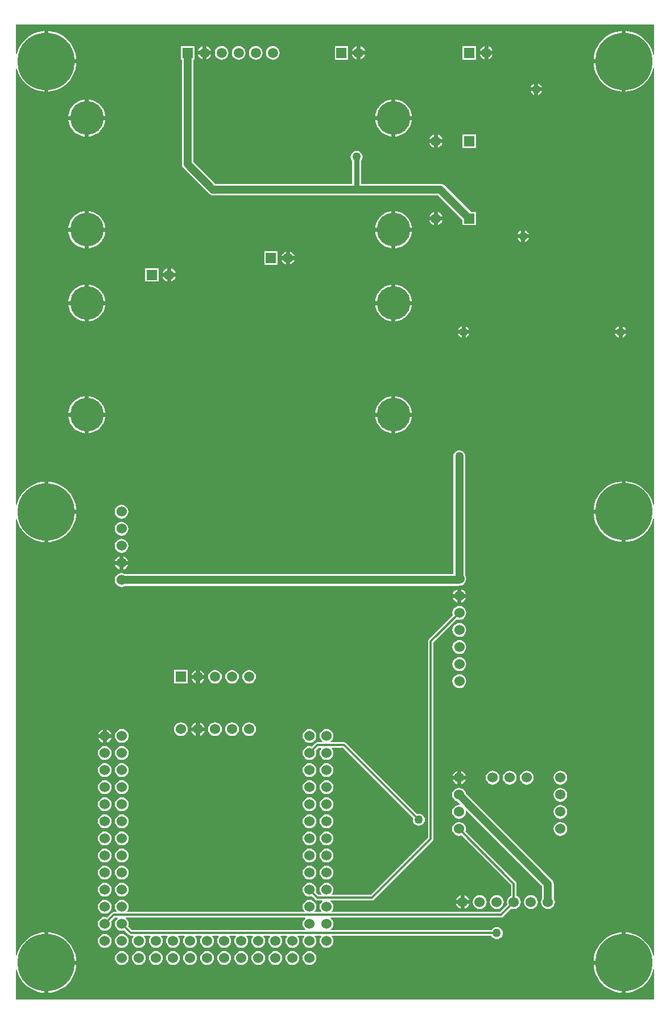
<source format=gbl>
G04*
G04 #@! TF.GenerationSoftware,Altium Limited,Altium Designer,18.1.7 (191)*
G04*
G04 Layer_Physical_Order=2*
G04 Layer_Color=16711680*
%FSLAX25Y25*%
%MOIN*%
G70*
G01*
G75*
%ADD47C,0.04724*%
%ADD51C,0.01181*%
%ADD52C,0.03150*%
%ADD54C,0.33465*%
%ADD55C,0.19685*%
%ADD56R,0.05906X0.05906*%
%ADD57C,0.05906*%
%ADD58C,0.06000*%
%ADD59C,0.05000*%
G36*
X383858Y563089D02*
X383358Y563040D01*
X383236Y563654D01*
X382489Y565856D01*
X381461Y567940D01*
X380169Y569873D01*
X378637Y571621D01*
X376889Y573153D01*
X374956Y574445D01*
X372872Y575473D01*
X370671Y576220D01*
X368391Y576673D01*
X367252Y576748D01*
Y559055D01*
Y541362D01*
X368391Y541437D01*
X370671Y541890D01*
X372872Y542637D01*
X374956Y543666D01*
X376889Y544957D01*
X378637Y546490D01*
X380169Y548237D01*
X381461Y550170D01*
X382489Y552255D01*
X383236Y554456D01*
X383358Y555070D01*
X383858Y555021D01*
Y299467D01*
X383358Y299418D01*
X383236Y300032D01*
X382489Y302234D01*
X381461Y304318D01*
X380169Y306251D01*
X378637Y307999D01*
X376889Y309531D01*
X374956Y310823D01*
X372872Y311851D01*
X370671Y312598D01*
X368391Y313051D01*
X367252Y313126D01*
Y295433D01*
Y277740D01*
X368391Y277815D01*
X370671Y278268D01*
X372872Y279015D01*
X374956Y280044D01*
X376889Y281335D01*
X378637Y282868D01*
X380169Y284615D01*
X381461Y286548D01*
X382489Y288633D01*
X383236Y290834D01*
X383358Y291448D01*
X383858Y291399D01*
Y35530D01*
X383358Y35481D01*
X383236Y36095D01*
X382489Y38296D01*
X381461Y40381D01*
X380169Y42314D01*
X378637Y44062D01*
X376889Y45594D01*
X374956Y46886D01*
X372872Y47914D01*
X370671Y48661D01*
X368391Y49114D01*
X367252Y49189D01*
Y31496D01*
Y13803D01*
X368391Y13878D01*
X370671Y14331D01*
X372872Y15078D01*
X374956Y16106D01*
X376889Y17398D01*
X378637Y18931D01*
X380169Y20678D01*
X381461Y22611D01*
X382489Y24696D01*
X383236Y26897D01*
X383358Y27511D01*
X383858Y27462D01*
Y9843D01*
X9843D01*
Y27107D01*
X10343Y27157D01*
X10394Y26897D01*
X11141Y24696D01*
X12169Y22611D01*
X13461Y20678D01*
X14994Y18931D01*
X16741Y17398D01*
X18674Y16106D01*
X20759Y15078D01*
X22960Y14331D01*
X25240Y13878D01*
X26378Y13803D01*
Y31496D01*
Y49189D01*
X25240Y49114D01*
X22960Y48661D01*
X20759Y47914D01*
X18674Y46886D01*
X16741Y45594D01*
X14994Y44062D01*
X13461Y42314D01*
X12169Y40381D01*
X11141Y38296D01*
X10394Y36095D01*
X10343Y35836D01*
X9843Y35885D01*
Y290887D01*
X10343Y290936D01*
X10394Y290676D01*
X11141Y288475D01*
X12169Y286390D01*
X13461Y284458D01*
X14994Y282710D01*
X16741Y281177D01*
X18674Y279886D01*
X20759Y278858D01*
X22960Y278111D01*
X25240Y277657D01*
X26378Y277583D01*
Y295275D01*
Y312968D01*
X25240Y312894D01*
X22960Y312440D01*
X20759Y311693D01*
X18674Y310665D01*
X16741Y309374D01*
X14994Y307841D01*
X13461Y306093D01*
X12169Y304161D01*
X11141Y302076D01*
X10394Y299875D01*
X10343Y299615D01*
X9843Y299664D01*
Y554666D01*
X10343Y554716D01*
X10394Y554456D01*
X11141Y552255D01*
X12169Y550170D01*
X13461Y548237D01*
X14994Y546490D01*
X16741Y544957D01*
X18674Y543666D01*
X20759Y542637D01*
X22960Y541890D01*
X25240Y541437D01*
X26378Y541362D01*
Y559055D01*
Y576748D01*
X25240Y576673D01*
X22960Y576220D01*
X20759Y575473D01*
X18674Y574445D01*
X16741Y573153D01*
X14994Y571621D01*
X13461Y569873D01*
X12169Y567940D01*
X11141Y565856D01*
X10394Y563654D01*
X10343Y563395D01*
X9843Y563444D01*
Y580709D01*
X383858D01*
Y563089D01*
D02*
G37*
%LPC*%
G36*
X286693Y567766D02*
Y565158D01*
X289301D01*
X288965Y565970D01*
X288331Y566796D01*
X287506Y567429D01*
X286693Y567766D01*
D02*
G37*
G36*
X284331D02*
X283519Y567429D01*
X282693Y566796D01*
X282059Y565970D01*
X281723Y565158D01*
X284331D01*
Y567766D01*
D02*
G37*
G36*
X121614D02*
Y565158D01*
X124222D01*
X123886Y565970D01*
X123252Y566796D01*
X122427Y567429D01*
X121614Y567766D01*
D02*
G37*
G36*
X119252D02*
X118440Y567429D01*
X117614Y566796D01*
X116981Y565970D01*
X116644Y565158D01*
X119252D01*
Y567766D01*
D02*
G37*
G36*
X211811Y567766D02*
Y565157D01*
X214419D01*
X214083Y565970D01*
X213449Y566795D01*
X212624Y567429D01*
X211811Y567766D01*
D02*
G37*
G36*
X209449D02*
X208637Y567429D01*
X207811Y566795D01*
X207177Y565970D01*
X206841Y565157D01*
X209449D01*
Y567766D01*
D02*
G37*
G36*
X364890Y576748D02*
X363752Y576673D01*
X361472Y576220D01*
X359271Y575473D01*
X357186Y574445D01*
X355253Y573153D01*
X353506Y571621D01*
X351973Y569873D01*
X350682Y567940D01*
X349654Y565856D01*
X348906Y563654D01*
X348453Y561375D01*
X348378Y560236D01*
X364890D01*
Y576748D01*
D02*
G37*
G36*
X28740D02*
Y560236D01*
X45252D01*
X45177Y561375D01*
X44724Y563654D01*
X43977Y565856D01*
X42949Y567940D01*
X41657Y569873D01*
X40124Y571621D01*
X38377Y573153D01*
X36444Y574445D01*
X34359Y575473D01*
X32158Y576220D01*
X29879Y576673D01*
X28740Y576748D01*
D02*
G37*
G36*
X289301Y562795D02*
X286693D01*
Y560187D01*
X287506Y560524D01*
X288331Y561157D01*
X288965Y561983D01*
X289301Y562795D01*
D02*
G37*
G36*
X284331D02*
X281723D01*
X282059Y561983D01*
X282693Y561157D01*
X283519Y560524D01*
X284331Y560187D01*
Y562795D01*
D02*
G37*
G36*
X124222D02*
X121614D01*
Y560187D01*
X122427Y560524D01*
X123252Y561157D01*
X123886Y561983D01*
X124222Y562795D01*
D02*
G37*
G36*
X119252D02*
X116644D01*
X116981Y561983D01*
X117614Y561157D01*
X118440Y560524D01*
X119252Y560187D01*
Y562795D01*
D02*
G37*
G36*
X214419Y562795D02*
X211811D01*
Y560187D01*
X212624Y560524D01*
X213449Y561157D01*
X214083Y561983D01*
X214419Y562795D01*
D02*
G37*
G36*
X209449D02*
X206841D01*
X207177Y561983D01*
X207811Y561157D01*
X208637Y560524D01*
X209449Y560187D01*
Y562795D01*
D02*
G37*
G36*
X279465Y567929D02*
X271559D01*
Y560024D01*
X279465D01*
Y567929D01*
D02*
G37*
G36*
X204583Y567929D02*
X196677D01*
Y560023D01*
X204583D01*
Y567929D01*
D02*
G37*
G36*
X160433Y567963D02*
X159401Y567828D01*
X158440Y567429D01*
X157614Y566796D01*
X156981Y565970D01*
X156582Y565008D01*
X156446Y563976D01*
X156582Y562945D01*
X156981Y561983D01*
X157614Y561157D01*
X158440Y560524D01*
X159401Y560125D01*
X160433Y559990D01*
X161465Y560125D01*
X162427Y560524D01*
X163252Y561157D01*
X163886Y561983D01*
X164284Y562945D01*
X164420Y563976D01*
X164284Y565008D01*
X163886Y565970D01*
X163252Y566796D01*
X162427Y567429D01*
X161465Y567828D01*
X160433Y567963D01*
D02*
G37*
G36*
X150433D02*
X149401Y567828D01*
X148440Y567429D01*
X147614Y566796D01*
X146981Y565970D01*
X146582Y565008D01*
X146446Y563976D01*
X146582Y562945D01*
X146981Y561983D01*
X147614Y561157D01*
X148440Y560524D01*
X149401Y560125D01*
X150433Y559990D01*
X151465Y560125D01*
X152427Y560524D01*
X153252Y561157D01*
X153886Y561983D01*
X154284Y562945D01*
X154420Y563976D01*
X154284Y565008D01*
X153886Y565970D01*
X153252Y566796D01*
X152427Y567429D01*
X151465Y567828D01*
X150433Y567963D01*
D02*
G37*
G36*
X140433D02*
X139401Y567828D01*
X138440Y567429D01*
X137614Y566796D01*
X136980Y565970D01*
X136582Y565008D01*
X136446Y563976D01*
X136582Y562945D01*
X136980Y561983D01*
X137614Y561157D01*
X138440Y560524D01*
X139401Y560125D01*
X140433Y559990D01*
X141465Y560125D01*
X142427Y560524D01*
X143252Y561157D01*
X143886Y561983D01*
X144284Y562945D01*
X144420Y563976D01*
X144284Y565008D01*
X143886Y565970D01*
X143252Y566796D01*
X142427Y567429D01*
X141465Y567828D01*
X140433Y567963D01*
D02*
G37*
G36*
X130433D02*
X129401Y567828D01*
X128440Y567429D01*
X127614Y566796D01*
X126980Y565970D01*
X126582Y565008D01*
X126446Y563976D01*
X126582Y562945D01*
X126980Y561983D01*
X127614Y561157D01*
X128440Y560524D01*
X129401Y560125D01*
X130433Y559990D01*
X131465Y560125D01*
X132427Y560524D01*
X133252Y561157D01*
X133886Y561983D01*
X134284Y562945D01*
X134420Y563976D01*
X134284Y565008D01*
X133886Y565970D01*
X133252Y566796D01*
X132427Y567429D01*
X131465Y567828D01*
X130433Y567963D01*
D02*
G37*
G36*
X315945Y545937D02*
Y543819D01*
X318063D01*
X317821Y544403D01*
X317260Y545134D01*
X316529Y545695D01*
X315945Y545937D01*
D02*
G37*
G36*
X313583D02*
X312999Y545695D01*
X312268Y545134D01*
X311707Y544403D01*
X311465Y543819D01*
X313583D01*
Y545937D01*
D02*
G37*
G36*
X364890Y557874D02*
X348378D01*
X348453Y556736D01*
X348906Y554456D01*
X349654Y552255D01*
X350682Y550170D01*
X351973Y548237D01*
X353506Y546490D01*
X355253Y544957D01*
X357186Y543666D01*
X359271Y542637D01*
X361472Y541890D01*
X363752Y541437D01*
X364890Y541362D01*
Y557874D01*
D02*
G37*
G36*
X45252D02*
X28740D01*
Y541362D01*
X29879Y541437D01*
X32158Y541890D01*
X34359Y542637D01*
X36444Y543666D01*
X38377Y544957D01*
X40124Y546490D01*
X41657Y548237D01*
X42949Y550170D01*
X43977Y552255D01*
X44724Y554456D01*
X45177Y556736D01*
X45252Y557874D01*
D02*
G37*
G36*
X318063Y541456D02*
X315945D01*
Y539338D01*
X316529Y539580D01*
X317260Y540141D01*
X317821Y540872D01*
X318063Y541456D01*
D02*
G37*
G36*
X313583D02*
X311465D01*
X311707Y540872D01*
X312268Y540141D01*
X312999Y539580D01*
X313583Y539338D01*
Y541456D01*
D02*
G37*
G36*
X232323Y536591D02*
Y526989D01*
X241925D01*
X241884Y527509D01*
X241486Y529168D01*
X240832Y530745D01*
X239941Y532200D01*
X238832Y533498D01*
X237535Y534606D01*
X236079Y535498D01*
X234503Y536151D01*
X232843Y536550D01*
X232323Y536591D01*
D02*
G37*
G36*
X229961D02*
X229440Y536550D01*
X227781Y536151D01*
X226204Y535498D01*
X224749Y534606D01*
X223451Y533498D01*
X222343Y532200D01*
X221451Y530745D01*
X220798Y529168D01*
X220400Y527509D01*
X220359Y526989D01*
X229961D01*
Y536591D01*
D02*
G37*
G36*
X52520D02*
Y526989D01*
X62122D01*
X62081Y527509D01*
X61682Y529168D01*
X61029Y530745D01*
X60137Y532200D01*
X59029Y533498D01*
X57731Y534606D01*
X56276Y535498D01*
X54699Y536151D01*
X53040Y536550D01*
X52520Y536591D01*
D02*
G37*
G36*
X50157D02*
X49637Y536550D01*
X47978Y536151D01*
X46401Y535498D01*
X44946Y534606D01*
X43648Y533498D01*
X42540Y532200D01*
X41648Y530745D01*
X40995Y529168D01*
X40597Y527509D01*
X40556Y526989D01*
X50157D01*
Y536591D01*
D02*
G37*
G36*
X241925Y524626D02*
X232323D01*
Y515024D01*
X232843Y515065D01*
X234503Y515464D01*
X236079Y516117D01*
X237535Y517009D01*
X238832Y518117D01*
X239941Y519415D01*
X240832Y520870D01*
X241486Y522447D01*
X241884Y524106D01*
X241925Y524626D01*
D02*
G37*
G36*
X229961D02*
X220359D01*
X220400Y524106D01*
X220798Y522447D01*
X221451Y520870D01*
X222343Y519415D01*
X223451Y518117D01*
X224749Y517009D01*
X226204Y516117D01*
X227781Y515464D01*
X229440Y515065D01*
X229961Y515024D01*
Y524626D01*
D02*
G37*
G36*
X62122D02*
X52520D01*
Y515024D01*
X53040Y515065D01*
X54699Y515464D01*
X56276Y516117D01*
X57731Y517009D01*
X59029Y518117D01*
X60137Y519415D01*
X61029Y520870D01*
X61682Y522447D01*
X62081Y524106D01*
X62122Y524626D01*
D02*
G37*
G36*
X50157D02*
X40556D01*
X40597Y524106D01*
X40995Y522447D01*
X41648Y520870D01*
X42540Y519415D01*
X43648Y518117D01*
X44946Y517009D01*
X46401Y516117D01*
X47978Y515464D01*
X49637Y515065D01*
X50157Y515024D01*
Y524626D01*
D02*
G37*
G36*
X257086Y516092D02*
Y513484D01*
X259695D01*
X259358Y514297D01*
X258725Y515122D01*
X257899Y515756D01*
X257086Y516092D01*
D02*
G37*
G36*
X254724D02*
X253912Y515756D01*
X253086Y515122D01*
X252453Y514297D01*
X252116Y513484D01*
X254724D01*
Y516092D01*
D02*
G37*
G36*
X259695Y511122D02*
X257086D01*
Y508514D01*
X257899Y508851D01*
X258725Y509484D01*
X259358Y510310D01*
X259695Y511122D01*
D02*
G37*
G36*
X254724D02*
X252116D01*
X252453Y510310D01*
X253086Y509484D01*
X253912Y508851D01*
X254724Y508514D01*
Y511122D01*
D02*
G37*
G36*
X279543Y516256D02*
X271638D01*
Y508351D01*
X279543D01*
Y516256D01*
D02*
G37*
G36*
X257086Y470817D02*
Y468209D01*
X259695D01*
X259358Y469021D01*
X258725Y469847D01*
X257899Y470480D01*
X257086Y470817D01*
D02*
G37*
G36*
X254724D02*
X253912Y470480D01*
X253086Y469847D01*
X252453Y469021D01*
X252116Y468209D01*
X254724D01*
Y470817D01*
D02*
G37*
G36*
X259695Y465847D02*
X257086D01*
Y463238D01*
X257899Y463575D01*
X258725Y464209D01*
X259358Y465034D01*
X259695Y465847D01*
D02*
G37*
G36*
X254724D02*
X252116D01*
X252453Y465034D01*
X253086Y464209D01*
X253912Y463575D01*
X254724Y463238D01*
Y465847D01*
D02*
G37*
G36*
X114386Y567929D02*
X106481D01*
Y560024D01*
X107042D01*
Y498819D01*
X107158Y497941D01*
X107298Y497602D01*
X107496Y497123D01*
X108035Y496421D01*
X122848Y481608D01*
X123550Y481069D01*
X124368Y480731D01*
X124807Y480673D01*
X125246Y480615D01*
X125246Y480615D01*
X257207D01*
X271638Y466185D01*
Y463075D01*
X279543D01*
Y470981D01*
X276434D01*
X261010Y486404D01*
X260308Y486943D01*
X259828Y487142D01*
X259490Y487282D01*
X258612Y487397D01*
X212085D01*
Y500745D01*
X212545Y501345D01*
X212898Y502197D01*
X213018Y503110D01*
X212898Y504024D01*
X212545Y504875D01*
X211984Y505607D01*
X211253Y506168D01*
X210402Y506520D01*
X209488Y506640D01*
X208575Y506520D01*
X207723Y506168D01*
X206992Y505607D01*
X206431Y504875D01*
X206078Y504024D01*
X205958Y503110D01*
X206078Y502197D01*
X206431Y501345D01*
X206891Y500745D01*
Y487397D01*
X126650D01*
X113824Y500223D01*
Y560024D01*
X114386D01*
Y567929D01*
D02*
G37*
G36*
X232323Y471197D02*
Y461595D01*
X241925D01*
X241884Y462115D01*
X241486Y463775D01*
X240832Y465351D01*
X239941Y466807D01*
X238832Y468104D01*
X237535Y469213D01*
X236079Y470104D01*
X234503Y470757D01*
X232843Y471156D01*
X232323Y471197D01*
D02*
G37*
G36*
X229961D02*
X229440Y471156D01*
X227781Y470757D01*
X226204Y470104D01*
X224749Y469213D01*
X223451Y468104D01*
X222343Y466807D01*
X221451Y465351D01*
X220798Y463775D01*
X220400Y462115D01*
X220359Y461595D01*
X229961D01*
Y471197D01*
D02*
G37*
G36*
X52520D02*
Y461595D01*
X62122D01*
X62081Y462115D01*
X61682Y463775D01*
X61029Y465351D01*
X60137Y466807D01*
X59029Y468104D01*
X57731Y469213D01*
X56276Y470104D01*
X54699Y470757D01*
X53040Y471156D01*
X52520Y471197D01*
D02*
G37*
G36*
X50157D02*
X49637Y471156D01*
X47978Y470757D01*
X46401Y470104D01*
X44946Y469213D01*
X43648Y468104D01*
X42540Y466807D01*
X41648Y465351D01*
X40995Y463775D01*
X40597Y462115D01*
X40556Y461595D01*
X50157D01*
Y471197D01*
D02*
G37*
G36*
X308268Y459992D02*
Y457874D01*
X310386D01*
X310144Y458458D01*
X309583Y459189D01*
X308852Y459750D01*
X308268Y459992D01*
D02*
G37*
G36*
X305906D02*
X305322Y459750D01*
X304590Y459189D01*
X304029Y458458D01*
X303787Y457874D01*
X305906D01*
Y459992D01*
D02*
G37*
G36*
X310386Y455512D02*
X308268D01*
Y453394D01*
X308852Y453636D01*
X309583Y454197D01*
X310144Y454928D01*
X310386Y455512D01*
D02*
G37*
G36*
X305906D02*
X303787D01*
X304029Y454928D01*
X304590Y454197D01*
X305322Y453636D01*
X305906Y453394D01*
Y455512D01*
D02*
G37*
G36*
X241925Y459233D02*
X232323D01*
Y449631D01*
X232843Y449672D01*
X234503Y450070D01*
X236079Y450723D01*
X237535Y451615D01*
X238832Y452723D01*
X239941Y454021D01*
X240832Y455476D01*
X241486Y457053D01*
X241884Y458712D01*
X241925Y459233D01*
D02*
G37*
G36*
X229961D02*
X220359D01*
X220400Y458712D01*
X220798Y457053D01*
X221451Y455476D01*
X222343Y454021D01*
X223451Y452723D01*
X224749Y451615D01*
X226204Y450723D01*
X227781Y450070D01*
X229440Y449672D01*
X229961Y449631D01*
Y459233D01*
D02*
G37*
G36*
X62122D02*
X52520D01*
Y449631D01*
X53040Y449672D01*
X54699Y450070D01*
X56276Y450723D01*
X57731Y451615D01*
X59029Y452723D01*
X60137Y454021D01*
X61029Y455476D01*
X61682Y457053D01*
X62081Y458712D01*
X62122Y459233D01*
D02*
G37*
G36*
X50157D02*
X40556D01*
X40597Y458712D01*
X40995Y457053D01*
X41648Y455476D01*
X42540Y454021D01*
X43648Y452723D01*
X44946Y451615D01*
X46401Y450723D01*
X47978Y450070D01*
X49637Y449672D01*
X50157Y449631D01*
Y459233D01*
D02*
G37*
G36*
X170473Y447687D02*
Y445079D01*
X173081D01*
X172744Y445891D01*
X172111Y446717D01*
X171285Y447351D01*
X170473Y447687D01*
D02*
G37*
G36*
X168110D02*
X167298Y447351D01*
X166472Y446717D01*
X165839Y445891D01*
X165502Y445079D01*
X168110D01*
Y447687D01*
D02*
G37*
G36*
X173081Y442717D02*
X170473D01*
Y440109D01*
X171285Y440445D01*
X172111Y441079D01*
X172744Y441904D01*
X173081Y442717D01*
D02*
G37*
G36*
X168110D02*
X165502D01*
X165839Y441904D01*
X166472Y441079D01*
X167298Y440445D01*
X168110Y440109D01*
Y442717D01*
D02*
G37*
G36*
X163244Y447851D02*
X155339D01*
Y439945D01*
X163244D01*
Y447851D01*
D02*
G37*
G36*
X100748Y437845D02*
Y435236D01*
X103356D01*
X103020Y436049D01*
X102386Y436874D01*
X101560Y437508D01*
X100748Y437845D01*
D02*
G37*
G36*
X98386D02*
X97574Y437508D01*
X96748Y436874D01*
X96114Y436049D01*
X95778Y435236D01*
X98386D01*
Y437845D01*
D02*
G37*
G36*
X103356Y432874D02*
X100748D01*
Y430266D01*
X101560Y430603D01*
X102386Y431236D01*
X103020Y432062D01*
X103356Y432874D01*
D02*
G37*
G36*
X98386D02*
X95778D01*
X96114Y432062D01*
X96748Y431236D01*
X97574Y430603D01*
X98386Y430266D01*
Y432874D01*
D02*
G37*
G36*
X93520Y438008D02*
X85614D01*
Y430102D01*
X93520D01*
Y438008D01*
D02*
G37*
G36*
X232323Y428323D02*
Y418721D01*
X241925D01*
X241884Y419241D01*
X241486Y420901D01*
X240832Y422477D01*
X239941Y423933D01*
X238832Y425230D01*
X237535Y426339D01*
X236079Y427230D01*
X234503Y427883D01*
X232843Y428282D01*
X232323Y428323D01*
D02*
G37*
G36*
X229961D02*
X229440Y428282D01*
X227781Y427883D01*
X226204Y427230D01*
X224749Y426339D01*
X223451Y425230D01*
X222343Y423933D01*
X221451Y422477D01*
X220798Y420901D01*
X220400Y419241D01*
X220359Y418721D01*
X229961D01*
Y428323D01*
D02*
G37*
G36*
X52520D02*
Y418721D01*
X62122D01*
X62081Y419241D01*
X61682Y420901D01*
X61029Y422477D01*
X60137Y423933D01*
X59029Y425230D01*
X57731Y426339D01*
X56276Y427230D01*
X54699Y427883D01*
X53040Y428282D01*
X52520Y428323D01*
D02*
G37*
G36*
X50157D02*
X49637Y428282D01*
X47978Y427883D01*
X46401Y427230D01*
X44946Y426339D01*
X43648Y425230D01*
X42540Y423933D01*
X41648Y422477D01*
X40995Y420901D01*
X40597Y419241D01*
X40556Y418721D01*
X50157D01*
Y428323D01*
D02*
G37*
G36*
X241925Y416359D02*
X232323D01*
Y406757D01*
X232843Y406798D01*
X234503Y407196D01*
X236079Y407849D01*
X237535Y408741D01*
X238832Y409849D01*
X239941Y411147D01*
X240832Y412602D01*
X241486Y414179D01*
X241884Y415838D01*
X241925Y416359D01*
D02*
G37*
G36*
X229961D02*
X220359D01*
X220400Y415838D01*
X220798Y414179D01*
X221451Y412602D01*
X222343Y411147D01*
X223451Y409849D01*
X224749Y408741D01*
X226204Y407849D01*
X227781Y407196D01*
X229440Y406798D01*
X229961Y406757D01*
Y416359D01*
D02*
G37*
G36*
X62122D02*
X52520D01*
Y406757D01*
X53040Y406798D01*
X54699Y407196D01*
X56276Y407849D01*
X57731Y408741D01*
X59029Y409849D01*
X60137Y411147D01*
X61029Y412602D01*
X61682Y414179D01*
X62081Y415838D01*
X62122Y416359D01*
D02*
G37*
G36*
X50157D02*
X40556D01*
X40597Y415838D01*
X40995Y414179D01*
X41648Y412602D01*
X42540Y411147D01*
X43648Y409849D01*
X44946Y408741D01*
X46401Y407849D01*
X47978Y407196D01*
X49637Y406798D01*
X50157Y406757D01*
Y416359D01*
D02*
G37*
G36*
X365354Y403890D02*
Y401772D01*
X367472D01*
X367231Y402356D01*
X366670Y403087D01*
X365938Y403648D01*
X365354Y403890D01*
D02*
G37*
G36*
X362992D02*
X362408Y403648D01*
X361677Y403087D01*
X361116Y402356D01*
X360874Y401772D01*
X362992D01*
Y403890D01*
D02*
G37*
G36*
X273380D02*
Y401772D01*
X275499D01*
X275257Y402356D01*
X274696Y403087D01*
X273965Y403648D01*
X273380Y403890D01*
D02*
G37*
G36*
X271018D02*
X270434Y403648D01*
X269703Y403087D01*
X269142Y402356D01*
X268900Y401772D01*
X271018D01*
Y403890D01*
D02*
G37*
G36*
X367472Y399409D02*
X365354D01*
Y397291D01*
X365938Y397533D01*
X366670Y398094D01*
X367231Y398825D01*
X367472Y399409D01*
D02*
G37*
G36*
X362992D02*
X360874D01*
X361116Y398825D01*
X361677Y398094D01*
X362408Y397533D01*
X362992Y397291D01*
Y399409D01*
D02*
G37*
G36*
X275499D02*
X273380D01*
Y397291D01*
X273965Y397533D01*
X274696Y398094D01*
X275257Y398825D01*
X275499Y399409D01*
D02*
G37*
G36*
X271018D02*
X268900D01*
X269142Y398825D01*
X269703Y398094D01*
X270434Y397533D01*
X271018Y397291D01*
Y399409D01*
D02*
G37*
G36*
X232323Y362929D02*
Y353327D01*
X241925D01*
X241884Y353848D01*
X241486Y355507D01*
X240832Y357084D01*
X239941Y358539D01*
X238832Y359837D01*
X237535Y360945D01*
X236079Y361837D01*
X234503Y362490D01*
X232843Y362888D01*
X232323Y362929D01*
D02*
G37*
G36*
X229961D02*
X229440Y362888D01*
X227781Y362490D01*
X226204Y361837D01*
X224749Y360945D01*
X223451Y359837D01*
X222343Y358539D01*
X221451Y357084D01*
X220798Y355507D01*
X220400Y353848D01*
X220359Y353327D01*
X229961D01*
Y362929D01*
D02*
G37*
G36*
X52520D02*
Y353327D01*
X62122D01*
X62081Y353848D01*
X61682Y355507D01*
X61029Y357084D01*
X60137Y358539D01*
X59029Y359837D01*
X57731Y360945D01*
X56276Y361837D01*
X54699Y362490D01*
X53040Y362888D01*
X52520Y362929D01*
D02*
G37*
G36*
X50157D02*
X49637Y362888D01*
X47978Y362490D01*
X46401Y361837D01*
X44946Y360945D01*
X43648Y359837D01*
X42540Y358539D01*
X41648Y357084D01*
X40995Y355507D01*
X40597Y353848D01*
X40556Y353327D01*
X50157D01*
Y362929D01*
D02*
G37*
G36*
X241925Y350965D02*
X232323D01*
Y341363D01*
X232843Y341404D01*
X234503Y341802D01*
X236079Y342456D01*
X237535Y343347D01*
X238832Y344456D01*
X239941Y345753D01*
X240832Y347208D01*
X241486Y348785D01*
X241884Y350445D01*
X241925Y350965D01*
D02*
G37*
G36*
X229961D02*
X220359D01*
X220400Y350445D01*
X220798Y348785D01*
X221451Y347208D01*
X222343Y345753D01*
X223451Y344456D01*
X224749Y343347D01*
X226204Y342456D01*
X227781Y341802D01*
X229440Y341404D01*
X229961Y341363D01*
Y350965D01*
D02*
G37*
G36*
X62122D02*
X52520D01*
Y341363D01*
X53040Y341404D01*
X54699Y341802D01*
X56276Y342456D01*
X57731Y343347D01*
X59029Y344456D01*
X60137Y345753D01*
X61029Y347208D01*
X61682Y348785D01*
X62081Y350445D01*
X62122Y350965D01*
D02*
G37*
G36*
X50157D02*
X40556D01*
X40597Y350445D01*
X40995Y348785D01*
X41648Y347208D01*
X42540Y345753D01*
X43648Y344456D01*
X44946Y343347D01*
X46401Y342456D01*
X47978Y341802D01*
X49637Y341404D01*
X50157Y341363D01*
Y350965D01*
D02*
G37*
G36*
X364890Y313126D02*
X363752Y313051D01*
X361472Y312598D01*
X359271Y311851D01*
X357186Y310823D01*
X355253Y309531D01*
X353506Y307999D01*
X351973Y306251D01*
X350682Y304318D01*
X349654Y302234D01*
X348906Y300032D01*
X348453Y297753D01*
X348378Y296614D01*
X364890D01*
Y313126D01*
D02*
G37*
G36*
X28740Y312968D02*
Y296457D01*
X45252D01*
X45177Y297595D01*
X44724Y299875D01*
X43977Y302076D01*
X42949Y304161D01*
X41657Y306093D01*
X40124Y307841D01*
X38377Y309374D01*
X36444Y310665D01*
X34359Y311693D01*
X32158Y312440D01*
X29879Y312894D01*
X28740Y312968D01*
D02*
G37*
G36*
X71693Y299468D02*
X70649Y299330D01*
X69676Y298927D01*
X68840Y298286D01*
X68199Y297450D01*
X67796Y296477D01*
X67659Y295433D01*
X67796Y294389D01*
X68199Y293416D01*
X68840Y292580D01*
X69676Y291939D01*
X70649Y291536D01*
X71693Y291399D01*
X72737Y291536D01*
X73710Y291939D01*
X74546Y292580D01*
X75187Y293416D01*
X75590Y294389D01*
X75727Y295433D01*
X75590Y296477D01*
X75187Y297450D01*
X74546Y298286D01*
X73710Y298927D01*
X72737Y299330D01*
X71693Y299468D01*
D02*
G37*
G36*
Y289468D02*
X70649Y289330D01*
X69676Y288927D01*
X68840Y288286D01*
X68199Y287450D01*
X67796Y286477D01*
X67659Y285433D01*
X67796Y284389D01*
X68199Y283416D01*
X68840Y282580D01*
X69676Y281939D01*
X70649Y281536D01*
X71693Y281399D01*
X72737Y281536D01*
X73710Y281939D01*
X74546Y282580D01*
X75187Y283416D01*
X75590Y284389D01*
X75727Y285433D01*
X75590Y286477D01*
X75187Y287450D01*
X74546Y288286D01*
X73710Y288927D01*
X72737Y289330D01*
X71693Y289468D01*
D02*
G37*
G36*
X364890Y294252D02*
X348378D01*
X348453Y293114D01*
X348906Y290834D01*
X349654Y288633D01*
X350682Y286548D01*
X351973Y284615D01*
X353506Y282868D01*
X355253Y281335D01*
X357186Y280044D01*
X359271Y279015D01*
X361472Y278268D01*
X363752Y277815D01*
X364890Y277740D01*
Y294252D01*
D02*
G37*
G36*
X45252Y294094D02*
X28740D01*
Y277583D01*
X29879Y277657D01*
X32158Y278111D01*
X34359Y278858D01*
X36444Y279886D01*
X38377Y281177D01*
X40124Y282710D01*
X41657Y284458D01*
X42949Y286390D01*
X43977Y288475D01*
X44724Y290676D01*
X45177Y292956D01*
X45252Y294094D01*
D02*
G37*
G36*
X71693Y279468D02*
X70649Y279330D01*
X69676Y278927D01*
X68840Y278286D01*
X68199Y277450D01*
X67796Y276477D01*
X67659Y275433D01*
X67796Y274389D01*
X68199Y273416D01*
X68840Y272580D01*
X69676Y271939D01*
X70649Y271536D01*
X71693Y271399D01*
X72737Y271536D01*
X73710Y271939D01*
X74546Y272580D01*
X75187Y273416D01*
X75590Y274389D01*
X75727Y275433D01*
X75590Y276477D01*
X75187Y277450D01*
X74546Y278286D01*
X73710Y278927D01*
X72737Y279330D01*
X71693Y279468D01*
D02*
G37*
G36*
X72874Y269273D02*
Y266614D01*
X75533D01*
X75187Y267450D01*
X74546Y268286D01*
X73710Y268927D01*
X72874Y269273D01*
D02*
G37*
G36*
X70512D02*
X69676Y268927D01*
X68840Y268286D01*
X68199Y267450D01*
X67853Y266614D01*
X70512D01*
Y269273D01*
D02*
G37*
G36*
X75533Y264252D02*
X72874D01*
Y261593D01*
X73710Y261939D01*
X74546Y262580D01*
X75187Y263416D01*
X75533Y264252D01*
D02*
G37*
G36*
X70512D02*
X67853D01*
X68199Y263416D01*
X68840Y262580D01*
X69676Y261939D01*
X70512Y261593D01*
Y264252D01*
D02*
G37*
G36*
X269685Y331286D02*
X268771Y331166D01*
X267920Y330813D01*
X267189Y330252D01*
X266628Y329521D01*
X266275Y328670D01*
X266155Y327756D01*
X266275Y326842D01*
X266294Y326797D01*
Y258824D01*
X73844D01*
X73710Y258927D01*
X72737Y259330D01*
X71693Y259468D01*
X70649Y259330D01*
X69676Y258927D01*
X68840Y258286D01*
X68199Y257450D01*
X67796Y256477D01*
X67659Y255433D01*
X67796Y254389D01*
X68199Y253416D01*
X68840Y252580D01*
X69676Y251939D01*
X70649Y251536D01*
X71693Y251399D01*
X72737Y251536D01*
X73710Y251939D01*
X73844Y252042D01*
X268898D01*
X269775Y252157D01*
X269918Y252217D01*
X270729Y252324D01*
X271702Y252727D01*
X272538Y253368D01*
X273179Y254203D01*
X273582Y255176D01*
X273720Y256221D01*
X273582Y257265D01*
X273179Y258238D01*
X273076Y258372D01*
Y326797D01*
X273095Y326842D01*
X273215Y327756D01*
X273095Y328670D01*
X272742Y329521D01*
X272181Y330252D01*
X271450Y330813D01*
X270599Y331166D01*
X269685Y331286D01*
D02*
G37*
G36*
X270866Y250061D02*
Y247402D01*
X273525D01*
X273179Y248238D01*
X272538Y249073D01*
X271702Y249714D01*
X270866Y250061D01*
D02*
G37*
G36*
X268504D02*
X267668Y249714D01*
X266832Y249073D01*
X266191Y248238D01*
X265845Y247402D01*
X268504D01*
Y250061D01*
D02*
G37*
G36*
X273525Y245039D02*
X270866D01*
Y242380D01*
X271702Y242726D01*
X272538Y243368D01*
X273179Y244203D01*
X273525Y245039D01*
D02*
G37*
G36*
X268504D02*
X265845D01*
X266191Y244203D01*
X266832Y243368D01*
X267668Y242726D01*
X268504Y242380D01*
Y245039D01*
D02*
G37*
G36*
X269685Y240255D02*
X268641Y240118D01*
X267668Y239715D01*
X266832Y239073D01*
X266191Y238238D01*
X265788Y237265D01*
X265651Y236221D01*
X265788Y235176D01*
X265952Y234781D01*
X251806Y220635D01*
X251455Y220109D01*
X251331Y219488D01*
Y104707D01*
X217752Y71128D01*
X195186D01*
X194939Y71628D01*
X195345Y72156D01*
X195748Y73129D01*
X195885Y74173D01*
X195748Y75218D01*
X195345Y76191D01*
X194703Y77026D01*
X193868Y77667D01*
X192895Y78071D01*
X191851Y78208D01*
X190806Y78071D01*
X189833Y77667D01*
X188998Y77026D01*
X188357Y76191D01*
X187954Y75218D01*
X187816Y74173D01*
X187954Y73129D01*
X188357Y72156D01*
X188762Y71628D01*
X188515Y71128D01*
X187190D01*
X185584Y72734D01*
X185748Y73129D01*
X185885Y74173D01*
X185748Y75218D01*
X185345Y76191D01*
X184704Y77026D01*
X183868Y77667D01*
X182895Y78071D01*
X181851Y78208D01*
X180806Y78071D01*
X179833Y77667D01*
X178998Y77026D01*
X178357Y76191D01*
X177954Y75218D01*
X177816Y74173D01*
X177954Y73129D01*
X178357Y72156D01*
X178998Y71321D01*
X179833Y70679D01*
X180806Y70276D01*
X181851Y70139D01*
X182895Y70276D01*
X183290Y70440D01*
X185371Y68360D01*
X185897Y68008D01*
X186518Y67885D01*
X189295D01*
X189465Y67385D01*
X188998Y67026D01*
X188357Y66191D01*
X187954Y65218D01*
X187816Y64174D01*
X187954Y63129D01*
X188357Y62156D01*
X188762Y61628D01*
X188515Y61128D01*
X185186D01*
X184939Y61628D01*
X185345Y62156D01*
X185748Y63129D01*
X185885Y64174D01*
X185748Y65218D01*
X185345Y66191D01*
X184704Y67026D01*
X183868Y67668D01*
X182895Y68071D01*
X181851Y68208D01*
X180806Y68071D01*
X179833Y67668D01*
X178998Y67026D01*
X178357Y66191D01*
X177954Y65218D01*
X177816Y64174D01*
X177954Y63129D01*
X178357Y62156D01*
X178762Y61628D01*
X178515Y61128D01*
X75186D01*
X74939Y61628D01*
X75345Y62156D01*
X75748Y63129D01*
X75885Y64174D01*
X75748Y65218D01*
X75345Y66191D01*
X74704Y67026D01*
X73868Y67668D01*
X72895Y68071D01*
X71851Y68208D01*
X70806Y68071D01*
X69833Y67668D01*
X68998Y67026D01*
X68357Y66191D01*
X67954Y65218D01*
X67816Y64174D01*
X67954Y63129D01*
X68357Y62156D01*
X68762Y61628D01*
X68515Y61128D01*
X67183D01*
X66563Y61005D01*
X66037Y60653D01*
X63290Y57907D01*
X62895Y58071D01*
X61851Y58208D01*
X60806Y58071D01*
X59833Y57667D01*
X58998Y57026D01*
X58357Y56191D01*
X57954Y55218D01*
X57816Y54173D01*
X57954Y53129D01*
X58357Y52156D01*
X58998Y51321D01*
X59833Y50679D01*
X60806Y50276D01*
X61851Y50139D01*
X62895Y50276D01*
X63868Y50679D01*
X64704Y51321D01*
X65345Y52156D01*
X65748Y53129D01*
X65885Y54173D01*
X65748Y55218D01*
X65584Y55613D01*
X67855Y57885D01*
X69295D01*
X69465Y57385D01*
X68998Y57026D01*
X68357Y56191D01*
X67954Y55218D01*
X67816Y54173D01*
X67954Y53129D01*
X68357Y52156D01*
X68998Y51321D01*
X69833Y50679D01*
X70806Y50276D01*
X71851Y50139D01*
X72895Y50276D01*
X73290Y50440D01*
X75971Y47760D01*
X76497Y47408D01*
X77118Y47285D01*
X78566D01*
X78812Y46785D01*
X78357Y46191D01*
X77954Y45218D01*
X77816Y44173D01*
X77954Y43129D01*
X78357Y42156D01*
X78998Y41321D01*
X79833Y40679D01*
X80806Y40276D01*
X81851Y40139D01*
X82895Y40276D01*
X83868Y40679D01*
X84703Y41321D01*
X85345Y42156D01*
X85748Y43129D01*
X85885Y44173D01*
X85748Y45218D01*
X85345Y46191D01*
X84889Y46785D01*
X85136Y47285D01*
X88566D01*
X88812Y46785D01*
X88357Y46191D01*
X87954Y45218D01*
X87816Y44173D01*
X87954Y43129D01*
X88357Y42156D01*
X88998Y41321D01*
X89833Y40679D01*
X90806Y40276D01*
X91851Y40139D01*
X92895Y40276D01*
X93868Y40679D01*
X94704Y41321D01*
X95345Y42156D01*
X95748Y43129D01*
X95885Y44173D01*
X95748Y45218D01*
X95345Y46191D01*
X94889Y46785D01*
X95135Y47285D01*
X98566D01*
X98812Y46785D01*
X98357Y46191D01*
X97954Y45218D01*
X97816Y44173D01*
X97954Y43129D01*
X98357Y42156D01*
X98998Y41321D01*
X99833Y40679D01*
X100806Y40276D01*
X101851Y40139D01*
X102895Y40276D01*
X103868Y40679D01*
X104703Y41321D01*
X105345Y42156D01*
X105748Y43129D01*
X105885Y44173D01*
X105748Y45218D01*
X105345Y46191D01*
X104889Y46785D01*
X105136Y47285D01*
X108566D01*
X108812Y46785D01*
X108357Y46191D01*
X107954Y45218D01*
X107816Y44173D01*
X107954Y43129D01*
X108357Y42156D01*
X108998Y41321D01*
X109833Y40679D01*
X110806Y40276D01*
X111851Y40139D01*
X112895Y40276D01*
X113868Y40679D01*
X114704Y41321D01*
X115345Y42156D01*
X115748Y43129D01*
X115885Y44173D01*
X115748Y45218D01*
X115345Y46191D01*
X114889Y46785D01*
X115136Y47285D01*
X118566D01*
X118812Y46785D01*
X118357Y46191D01*
X117954Y45218D01*
X117816Y44173D01*
X117954Y43129D01*
X118357Y42156D01*
X118998Y41321D01*
X119833Y40679D01*
X120806Y40276D01*
X121851Y40139D01*
X122895Y40276D01*
X123868Y40679D01*
X124704Y41321D01*
X125345Y42156D01*
X125748Y43129D01*
X125885Y44173D01*
X125748Y45218D01*
X125345Y46191D01*
X124889Y46785D01*
X125136Y47285D01*
X128566D01*
X128812Y46785D01*
X128357Y46191D01*
X127954Y45218D01*
X127816Y44173D01*
X127954Y43129D01*
X128357Y42156D01*
X128998Y41321D01*
X129833Y40679D01*
X130806Y40276D01*
X131851Y40139D01*
X132895Y40276D01*
X133868Y40679D01*
X134704Y41321D01*
X135345Y42156D01*
X135748Y43129D01*
X135885Y44173D01*
X135748Y45218D01*
X135345Y46191D01*
X134889Y46785D01*
X135135Y47285D01*
X138566D01*
X138812Y46785D01*
X138357Y46191D01*
X137954Y45218D01*
X137816Y44173D01*
X137954Y43129D01*
X138357Y42156D01*
X138998Y41321D01*
X139833Y40679D01*
X140806Y40276D01*
X141851Y40139D01*
X142895Y40276D01*
X143868Y40679D01*
X144703Y41321D01*
X145345Y42156D01*
X145748Y43129D01*
X145885Y44173D01*
X145748Y45218D01*
X145345Y46191D01*
X144889Y46785D01*
X145135Y47285D01*
X148566D01*
X148812Y46785D01*
X148357Y46191D01*
X147954Y45218D01*
X147816Y44173D01*
X147954Y43129D01*
X148357Y42156D01*
X148998Y41321D01*
X149833Y40679D01*
X150806Y40276D01*
X151851Y40139D01*
X152895Y40276D01*
X153868Y40679D01*
X154703Y41321D01*
X155345Y42156D01*
X155748Y43129D01*
X155885Y44173D01*
X155748Y45218D01*
X155345Y46191D01*
X154889Y46785D01*
X155136Y47285D01*
X155321D01*
X155824Y47185D01*
X158489D01*
X158736Y46685D01*
X158357Y46191D01*
X157954Y45218D01*
X157816Y44173D01*
X157954Y43129D01*
X158357Y42156D01*
X158998Y41321D01*
X159833Y40679D01*
X160806Y40276D01*
X161851Y40139D01*
X162895Y40276D01*
X163868Y40679D01*
X164704Y41321D01*
X165345Y42156D01*
X165748Y43129D01*
X165885Y44173D01*
X165748Y45218D01*
X165345Y46191D01*
X164966Y46685D01*
X165212Y47185D01*
X168489D01*
X168736Y46685D01*
X168357Y46191D01*
X167954Y45218D01*
X167816Y44173D01*
X167954Y43129D01*
X168357Y42156D01*
X168998Y41321D01*
X169833Y40679D01*
X170806Y40276D01*
X171851Y40139D01*
X172895Y40276D01*
X173868Y40679D01*
X174704Y41321D01*
X175345Y42156D01*
X175748Y43129D01*
X175885Y44173D01*
X175748Y45218D01*
X175345Y46191D01*
X174966Y46685D01*
X175212Y47185D01*
X178489D01*
X178735Y46685D01*
X178357Y46191D01*
X177954Y45218D01*
X177816Y44173D01*
X177954Y43129D01*
X178357Y42156D01*
X178998Y41321D01*
X179833Y40679D01*
X180806Y40276D01*
X181851Y40139D01*
X182895Y40276D01*
X183868Y40679D01*
X184704Y41321D01*
X185345Y42156D01*
X185748Y43129D01*
X185885Y44173D01*
X185748Y45218D01*
X185345Y46191D01*
X184966Y46685D01*
X185212Y47185D01*
X188489D01*
X188735Y46685D01*
X188357Y46191D01*
X187954Y45218D01*
X187816Y44173D01*
X187954Y43129D01*
X188357Y42156D01*
X188998Y41321D01*
X189833Y40679D01*
X190806Y40276D01*
X191851Y40139D01*
X192895Y40276D01*
X193868Y40679D01*
X194703Y41321D01*
X195345Y42156D01*
X195748Y43129D01*
X195885Y44173D01*
X195748Y45218D01*
X195345Y46191D01*
X194966Y46685D01*
X195212Y47185D01*
X288537D01*
X288596Y47041D01*
X289157Y46310D01*
X289889Y45749D01*
X290740Y45396D01*
X291654Y45276D01*
X292567Y45396D01*
X293419Y45749D01*
X294150Y46310D01*
X294711Y47041D01*
X295063Y47893D01*
X295184Y48806D01*
X295063Y49720D01*
X294711Y50571D01*
X294150Y51302D01*
X293419Y51863D01*
X292567Y52216D01*
X291654Y52337D01*
X290740Y52216D01*
X289889Y51863D01*
X289157Y51302D01*
X288596Y50571D01*
X288537Y50428D01*
X194361D01*
X194192Y50928D01*
X194703Y51321D01*
X195345Y52156D01*
X195748Y53129D01*
X195885Y54173D01*
X195748Y55218D01*
X195345Y56191D01*
X194703Y57026D01*
X194237Y57385D01*
X194406Y57885D01*
X294231D01*
X294851Y58008D01*
X295377Y58360D01*
X300214Y63196D01*
X300609Y63032D01*
X301654Y62895D01*
X302698Y63032D01*
X303671Y63435D01*
X304506Y64076D01*
X305148Y64912D01*
X305551Y65885D01*
X305688Y66929D01*
X305551Y67973D01*
X305148Y68946D01*
X304506Y69782D01*
X303671Y70423D01*
X303275Y70587D01*
Y77638D01*
X303152Y78258D01*
X302800Y78784D01*
X273261Y108324D01*
X273425Y108720D01*
X273562Y109764D01*
X273425Y110808D01*
X273022Y111781D01*
X272380Y112617D01*
X271545Y113258D01*
X270572Y113661D01*
X269528Y113798D01*
X268483Y113661D01*
X267510Y113258D01*
X266675Y112617D01*
X266034Y111781D01*
X265631Y110808D01*
X265493Y109764D01*
X265631Y108720D01*
X266034Y107746D01*
X266675Y106911D01*
X267510Y106270D01*
X268483Y105867D01*
X269528Y105729D01*
X270572Y105867D01*
X270967Y106030D01*
X300032Y76966D01*
Y70587D01*
X299636Y70423D01*
X298801Y69782D01*
X298160Y68946D01*
X297757Y67973D01*
X297619Y66929D01*
X297757Y65885D01*
X297920Y65489D01*
X293559Y61128D01*
X195186D01*
X194939Y61628D01*
X195345Y62156D01*
X195748Y63129D01*
X195885Y64174D01*
X195748Y65218D01*
X195345Y66191D01*
X194703Y67026D01*
X194237Y67385D01*
X194406Y67885D01*
X218424D01*
X219044Y68008D01*
X219570Y68360D01*
X254099Y102889D01*
X254451Y103415D01*
X254574Y104035D01*
Y218817D01*
X268245Y232487D01*
X268641Y232324D01*
X269685Y232186D01*
X270729Y232324D01*
X271702Y232727D01*
X272538Y233368D01*
X273179Y234203D01*
X273582Y235176D01*
X273720Y236221D01*
X273582Y237265D01*
X273179Y238238D01*
X272538Y239073D01*
X271702Y239715D01*
X270729Y240118D01*
X269685Y240255D01*
D02*
G37*
G36*
Y230255D02*
X268641Y230118D01*
X267668Y229714D01*
X266832Y229073D01*
X266191Y228238D01*
X265788Y227265D01*
X265651Y226220D01*
X265788Y225176D01*
X266191Y224203D01*
X266832Y223368D01*
X267668Y222726D01*
X268641Y222323D01*
X269685Y222186D01*
X270729Y222323D01*
X271702Y222726D01*
X272538Y223368D01*
X273179Y224203D01*
X273582Y225176D01*
X273720Y226220D01*
X273582Y227265D01*
X273179Y228238D01*
X272538Y229073D01*
X271702Y229714D01*
X270729Y230118D01*
X269685Y230255D01*
D02*
G37*
G36*
Y220255D02*
X268641Y220117D01*
X267668Y219714D01*
X266832Y219073D01*
X266191Y218238D01*
X265788Y217265D01*
X265651Y216220D01*
X265788Y215176D01*
X266191Y214203D01*
X266832Y213368D01*
X267668Y212726D01*
X268641Y212323D01*
X269685Y212186D01*
X270729Y212323D01*
X271702Y212726D01*
X272538Y213368D01*
X273179Y214203D01*
X273582Y215176D01*
X273720Y216220D01*
X273582Y217265D01*
X273179Y218238D01*
X272538Y219073D01*
X271702Y219714D01*
X270729Y220117D01*
X269685Y220255D01*
D02*
G37*
G36*
Y210255D02*
X268641Y210118D01*
X267668Y209715D01*
X266832Y209073D01*
X266191Y208238D01*
X265788Y207265D01*
X265651Y206221D01*
X265788Y205176D01*
X266191Y204203D01*
X266832Y203368D01*
X267668Y202727D01*
X268641Y202324D01*
X269685Y202186D01*
X270729Y202324D01*
X271702Y202727D01*
X272538Y203368D01*
X273179Y204203D01*
X273582Y205176D01*
X273720Y206221D01*
X273582Y207265D01*
X273179Y208238D01*
X272538Y209073D01*
X271702Y209715D01*
X270729Y210118D01*
X269685Y210255D01*
D02*
G37*
G36*
X117677Y202608D02*
Y200000D01*
X120285D01*
X119949Y200812D01*
X119315Y201638D01*
X118490Y202272D01*
X117677Y202608D01*
D02*
G37*
G36*
X115315D02*
X114503Y202272D01*
X113677Y201638D01*
X113043Y200812D01*
X112707Y200000D01*
X115315D01*
Y202608D01*
D02*
G37*
G36*
X120285Y197638D02*
X117677D01*
Y195030D01*
X118490Y195366D01*
X119315Y196000D01*
X119949Y196826D01*
X120285Y197638D01*
D02*
G37*
G36*
X115315D02*
X112707D01*
X113043Y196826D01*
X113677Y196000D01*
X114503Y195366D01*
X115315Y195030D01*
Y197638D01*
D02*
G37*
G36*
X110449Y202772D02*
X102543D01*
Y194866D01*
X110449D01*
Y202772D01*
D02*
G37*
G36*
X146496Y202806D02*
X145464Y202670D01*
X144503Y202272D01*
X143677Y201638D01*
X143043Y200812D01*
X142645Y199851D01*
X142509Y198819D01*
X142645Y197787D01*
X143043Y196826D01*
X143677Y196000D01*
X144503Y195366D01*
X145464Y194968D01*
X146496Y194832D01*
X147528Y194968D01*
X148490Y195366D01*
X149315Y196000D01*
X149949Y196826D01*
X150347Y197787D01*
X150483Y198819D01*
X150347Y199851D01*
X149949Y200812D01*
X149315Y201638D01*
X148490Y202272D01*
X147528Y202670D01*
X146496Y202806D01*
D02*
G37*
G36*
X136496D02*
X135464Y202670D01*
X134503Y202272D01*
X133677Y201638D01*
X133044Y200812D01*
X132645Y199851D01*
X132509Y198819D01*
X132645Y197787D01*
X133044Y196826D01*
X133677Y196000D01*
X134503Y195366D01*
X135464Y194968D01*
X136496Y194832D01*
X137528Y194968D01*
X138490Y195366D01*
X139315Y196000D01*
X139949Y196826D01*
X140347Y197787D01*
X140483Y198819D01*
X140347Y199851D01*
X139949Y200812D01*
X139315Y201638D01*
X138490Y202272D01*
X137528Y202670D01*
X136496Y202806D01*
D02*
G37*
G36*
X126496D02*
X125464Y202670D01*
X124503Y202272D01*
X123677Y201638D01*
X123044Y200812D01*
X122645Y199851D01*
X122509Y198819D01*
X122645Y197787D01*
X123044Y196826D01*
X123677Y196000D01*
X124503Y195366D01*
X125464Y194968D01*
X126496Y194832D01*
X127528Y194968D01*
X128490Y195366D01*
X129315Y196000D01*
X129949Y196826D01*
X130347Y197787D01*
X130483Y198819D01*
X130347Y199851D01*
X129949Y200812D01*
X129315Y201638D01*
X128490Y202272D01*
X127528Y202670D01*
X126496Y202806D01*
D02*
G37*
G36*
X269685Y200255D02*
X268641Y200118D01*
X267668Y199715D01*
X266832Y199073D01*
X266191Y198238D01*
X265788Y197265D01*
X265651Y196221D01*
X265788Y195176D01*
X266191Y194203D01*
X266832Y193368D01*
X267668Y192727D01*
X268641Y192324D01*
X269685Y192186D01*
X270729Y192324D01*
X271702Y192727D01*
X272538Y193368D01*
X273179Y194203D01*
X273582Y195176D01*
X273720Y196221D01*
X273582Y197265D01*
X273179Y198238D01*
X272538Y199073D01*
X271702Y199715D01*
X270729Y200118D01*
X269685Y200255D01*
D02*
G37*
G36*
X117677Y171951D02*
Y169292D01*
X120337D01*
X119990Y170128D01*
X119349Y170963D01*
X118514Y171605D01*
X117677Y171951D01*
D02*
G37*
G36*
X115315D02*
X114479Y171605D01*
X113643Y170963D01*
X113002Y170128D01*
X112656Y169292D01*
X115315D01*
Y171951D01*
D02*
G37*
G36*
X63032Y168014D02*
Y165355D01*
X65691D01*
X65345Y166191D01*
X64704Y167026D01*
X63868Y167667D01*
X63032Y168014D01*
D02*
G37*
G36*
X60669D02*
X59833Y167667D01*
X58998Y167026D01*
X58357Y166191D01*
X58010Y165355D01*
X60669D01*
Y168014D01*
D02*
G37*
G36*
X120337Y166929D02*
X117677D01*
Y164270D01*
X118514Y164617D01*
X119349Y165258D01*
X119990Y166093D01*
X120337Y166929D01*
D02*
G37*
G36*
X115315D02*
X112656D01*
X113002Y166093D01*
X113643Y165258D01*
X114479Y164617D01*
X115315Y164270D01*
Y166929D01*
D02*
G37*
G36*
X146496Y172145D02*
X145452Y172008D01*
X144479Y171605D01*
X143643Y170963D01*
X143002Y170128D01*
X142599Y169155D01*
X142462Y168111D01*
X142599Y167066D01*
X143002Y166093D01*
X143643Y165258D01*
X144479Y164617D01*
X145452Y164213D01*
X146496Y164076D01*
X147540Y164213D01*
X148513Y164617D01*
X149349Y165258D01*
X149990Y166093D01*
X150393Y167066D01*
X150531Y168111D01*
X150393Y169155D01*
X149990Y170128D01*
X149349Y170963D01*
X148513Y171605D01*
X147540Y172008D01*
X146496Y172145D01*
D02*
G37*
G36*
X136496D02*
X135452Y172008D01*
X134479Y171605D01*
X133643Y170963D01*
X133002Y170128D01*
X132599Y169155D01*
X132462Y168111D01*
X132599Y167066D01*
X133002Y166093D01*
X133643Y165258D01*
X134479Y164617D01*
X135452Y164213D01*
X136496Y164076D01*
X137540Y164213D01*
X138514Y164617D01*
X139349Y165258D01*
X139990Y166093D01*
X140393Y167066D01*
X140531Y168111D01*
X140393Y169155D01*
X139990Y170128D01*
X139349Y170963D01*
X138514Y171605D01*
X137540Y172008D01*
X136496Y172145D01*
D02*
G37*
G36*
X126496D02*
X125452Y172008D01*
X124479Y171605D01*
X123643Y170963D01*
X123002Y170128D01*
X122599Y169155D01*
X122462Y168111D01*
X122599Y167066D01*
X123002Y166093D01*
X123643Y165258D01*
X124479Y164617D01*
X125452Y164213D01*
X126496Y164076D01*
X127540Y164213D01*
X128514Y164617D01*
X129349Y165258D01*
X129990Y166093D01*
X130393Y167066D01*
X130531Y168111D01*
X130393Y169155D01*
X129990Y170128D01*
X129349Y170963D01*
X128514Y171605D01*
X127540Y172008D01*
X126496Y172145D01*
D02*
G37*
G36*
X106496D02*
X105452Y172008D01*
X104479Y171605D01*
X103643Y170963D01*
X103002Y170128D01*
X102599Y169155D01*
X102462Y168111D01*
X102599Y167066D01*
X103002Y166093D01*
X103643Y165258D01*
X104479Y164617D01*
X105452Y164213D01*
X106496Y164076D01*
X107540Y164213D01*
X108513Y164617D01*
X109349Y165258D01*
X109990Y166093D01*
X110393Y167066D01*
X110531Y168111D01*
X110393Y169155D01*
X109990Y170128D01*
X109349Y170963D01*
X108513Y171605D01*
X107540Y172008D01*
X106496Y172145D01*
D02*
G37*
G36*
X65691Y162992D02*
X63032D01*
Y160333D01*
X63868Y160679D01*
X64704Y161321D01*
X65345Y162156D01*
X65691Y162992D01*
D02*
G37*
G36*
X60669D02*
X58010D01*
X58357Y162156D01*
X58998Y161321D01*
X59833Y160679D01*
X60669Y160333D01*
Y162992D01*
D02*
G37*
G36*
X181851Y168208D02*
X180806Y168071D01*
X179833Y167667D01*
X178998Y167026D01*
X178357Y166191D01*
X177954Y165218D01*
X177816Y164173D01*
X177954Y163129D01*
X178357Y162156D01*
X178998Y161321D01*
X179833Y160679D01*
X180806Y160276D01*
X181851Y160139D01*
X182895Y160276D01*
X183868Y160679D01*
X184704Y161321D01*
X185345Y162156D01*
X185748Y163129D01*
X185885Y164173D01*
X185748Y165218D01*
X185345Y166191D01*
X184704Y167026D01*
X183868Y167667D01*
X182895Y168071D01*
X181851Y168208D01*
D02*
G37*
G36*
X71851D02*
X70806Y168071D01*
X69833Y167667D01*
X68998Y167026D01*
X68357Y166191D01*
X67954Y165218D01*
X67816Y164173D01*
X67954Y163129D01*
X68357Y162156D01*
X68998Y161321D01*
X69833Y160679D01*
X70806Y160276D01*
X71851Y160139D01*
X72895Y160276D01*
X73868Y160679D01*
X74704Y161321D01*
X75345Y162156D01*
X75748Y163129D01*
X75885Y164173D01*
X75748Y165218D01*
X75345Y166191D01*
X74704Y167026D01*
X73868Y167667D01*
X72895Y168071D01*
X71851Y168208D01*
D02*
G37*
G36*
X191851D02*
X190806Y168071D01*
X189833Y167667D01*
X188998Y167026D01*
X188357Y166191D01*
X187954Y165218D01*
X187816Y164173D01*
X187954Y163129D01*
X188357Y162156D01*
X188998Y161321D01*
X189509Y160928D01*
X189340Y160428D01*
X186483D01*
X185863Y160305D01*
X185337Y159953D01*
X183290Y157907D01*
X182895Y158071D01*
X181851Y158208D01*
X180806Y158071D01*
X179833Y157668D01*
X178998Y157026D01*
X178357Y156191D01*
X177954Y155218D01*
X177816Y154174D01*
X177954Y153129D01*
X178357Y152156D01*
X178998Y151321D01*
X179833Y150680D01*
X180806Y150276D01*
X181851Y150139D01*
X182895Y150276D01*
X183868Y150680D01*
X184704Y151321D01*
X185345Y152156D01*
X185748Y153129D01*
X185885Y154174D01*
X185748Y155218D01*
X185584Y155613D01*
X187155Y157185D01*
X188489D01*
X188735Y156685D01*
X188357Y156191D01*
X187954Y155218D01*
X187816Y154174D01*
X187954Y153129D01*
X188357Y152156D01*
X188998Y151321D01*
X189833Y150680D01*
X190806Y150276D01*
X191851Y150139D01*
X192895Y150276D01*
X193868Y150680D01*
X194703Y151321D01*
X195345Y152156D01*
X195748Y153129D01*
X195885Y154174D01*
X195748Y155218D01*
X195345Y156191D01*
X194966Y156685D01*
X195212Y157185D01*
X201603D01*
X242573Y116215D01*
X242514Y116071D01*
X242393Y115157D01*
X242514Y114244D01*
X242866Y113392D01*
X243427Y112661D01*
X244159Y112100D01*
X245010Y111748D01*
X245924Y111627D01*
X246837Y111748D01*
X247689Y112100D01*
X248420Y112661D01*
X248981Y113392D01*
X249334Y114244D01*
X249454Y115157D01*
X249334Y116071D01*
X248981Y116923D01*
X248420Y117654D01*
X247689Y118215D01*
X246837Y118567D01*
X245924Y118688D01*
X245010Y118567D01*
X244867Y118508D01*
X203421Y159953D01*
X202895Y160305D01*
X202275Y160428D01*
X194361D01*
X194192Y160928D01*
X194703Y161321D01*
X195345Y162156D01*
X195748Y163129D01*
X195885Y164173D01*
X195748Y165218D01*
X195345Y166191D01*
X194703Y167026D01*
X193868Y167667D01*
X192895Y168071D01*
X191851Y168208D01*
D02*
G37*
G36*
X71851Y158208D02*
X70806Y158071D01*
X69833Y157668D01*
X68998Y157026D01*
X68357Y156191D01*
X67954Y155218D01*
X67816Y154174D01*
X67954Y153129D01*
X68357Y152156D01*
X68998Y151321D01*
X69833Y150680D01*
X70806Y150276D01*
X71851Y150139D01*
X72895Y150276D01*
X73868Y150680D01*
X74704Y151321D01*
X75345Y152156D01*
X75748Y153129D01*
X75885Y154174D01*
X75748Y155218D01*
X75345Y156191D01*
X74704Y157026D01*
X73868Y157668D01*
X72895Y158071D01*
X71851Y158208D01*
D02*
G37*
G36*
X61851D02*
X60806Y158071D01*
X59833Y157668D01*
X58998Y157026D01*
X58357Y156191D01*
X57954Y155218D01*
X57816Y154174D01*
X57954Y153129D01*
X58357Y152156D01*
X58998Y151321D01*
X59833Y150680D01*
X60806Y150276D01*
X61851Y150139D01*
X62895Y150276D01*
X63868Y150680D01*
X64704Y151321D01*
X65345Y152156D01*
X65748Y153129D01*
X65885Y154174D01*
X65748Y155218D01*
X65345Y156191D01*
X64704Y157026D01*
X63868Y157668D01*
X62895Y158071D01*
X61851Y158208D01*
D02*
G37*
G36*
X270709Y143604D02*
Y140945D01*
X273368D01*
X273022Y141781D01*
X272380Y142616D01*
X271545Y143258D01*
X270709Y143604D01*
D02*
G37*
G36*
X268347D02*
X267510Y143258D01*
X266675Y142616D01*
X266034Y141781D01*
X265687Y140945D01*
X268347D01*
Y143604D01*
D02*
G37*
G36*
X191851Y148208D02*
X190806Y148071D01*
X189833Y147668D01*
X188998Y147026D01*
X188357Y146191D01*
X187954Y145218D01*
X187816Y144174D01*
X187954Y143129D01*
X188357Y142156D01*
X188998Y141321D01*
X189833Y140680D01*
X190806Y140276D01*
X191851Y140139D01*
X192895Y140276D01*
X193868Y140680D01*
X194703Y141321D01*
X195345Y142156D01*
X195748Y143129D01*
X195885Y144174D01*
X195748Y145218D01*
X195345Y146191D01*
X194703Y147026D01*
X193868Y147668D01*
X192895Y148071D01*
X191851Y148208D01*
D02*
G37*
G36*
X181851D02*
X180806Y148071D01*
X179833Y147668D01*
X178998Y147026D01*
X178357Y146191D01*
X177954Y145218D01*
X177816Y144174D01*
X177954Y143129D01*
X178357Y142156D01*
X178998Y141321D01*
X179833Y140680D01*
X180806Y140276D01*
X181851Y140139D01*
X182895Y140276D01*
X183868Y140680D01*
X184704Y141321D01*
X185345Y142156D01*
X185748Y143129D01*
X185885Y144174D01*
X185748Y145218D01*
X185345Y146191D01*
X184704Y147026D01*
X183868Y147668D01*
X182895Y148071D01*
X181851Y148208D01*
D02*
G37*
G36*
X71851D02*
X70806Y148071D01*
X69833Y147668D01*
X68998Y147026D01*
X68357Y146191D01*
X67954Y145218D01*
X67816Y144174D01*
X67954Y143129D01*
X68357Y142156D01*
X68998Y141321D01*
X69833Y140680D01*
X70806Y140276D01*
X71851Y140139D01*
X72895Y140276D01*
X73868Y140680D01*
X74704Y141321D01*
X75345Y142156D01*
X75748Y143129D01*
X75885Y144174D01*
X75748Y145218D01*
X75345Y146191D01*
X74704Y147026D01*
X73868Y147668D01*
X72895Y148071D01*
X71851Y148208D01*
D02*
G37*
G36*
X61851D02*
X60806Y148071D01*
X59833Y147668D01*
X58998Y147026D01*
X58357Y146191D01*
X57954Y145218D01*
X57816Y144174D01*
X57954Y143129D01*
X58357Y142156D01*
X58998Y141321D01*
X59833Y140680D01*
X60806Y140276D01*
X61851Y140139D01*
X62895Y140276D01*
X63868Y140680D01*
X64704Y141321D01*
X65345Y142156D01*
X65748Y143129D01*
X65885Y144174D01*
X65748Y145218D01*
X65345Y146191D01*
X64704Y147026D01*
X63868Y147668D01*
X62895Y148071D01*
X61851Y148208D01*
D02*
G37*
G36*
X273368Y138583D02*
X270709D01*
Y135923D01*
X271545Y136270D01*
X272380Y136911D01*
X273022Y137746D01*
X273368Y138583D01*
D02*
G37*
G36*
X268347D02*
X265687D01*
X266034Y137746D01*
X266675Y136911D01*
X267510Y136270D01*
X268347Y135923D01*
Y138583D01*
D02*
G37*
G36*
X328898Y143798D02*
X327853Y143661D01*
X326880Y143258D01*
X326045Y142616D01*
X325404Y141781D01*
X325001Y140808D01*
X324863Y139764D01*
X325001Y138719D01*
X325404Y137746D01*
X326045Y136911D01*
X326880Y136270D01*
X327853Y135867D01*
X328898Y135729D01*
X329942Y135867D01*
X330915Y136270D01*
X331750Y136911D01*
X332392Y137746D01*
X332795Y138719D01*
X332932Y139764D01*
X332795Y140808D01*
X332392Y141781D01*
X331750Y142616D01*
X330915Y143258D01*
X329942Y143661D01*
X328898Y143798D01*
D02*
G37*
G36*
X309213D02*
X308168Y143661D01*
X307195Y143258D01*
X306360Y142616D01*
X305719Y141781D01*
X305316Y140808D01*
X305178Y139764D01*
X305316Y138719D01*
X305719Y137746D01*
X306360Y136911D01*
X307195Y136270D01*
X308168Y135867D01*
X309213Y135729D01*
X310257Y135867D01*
X311230Y136270D01*
X312066Y136911D01*
X312707Y137746D01*
X313110Y138719D01*
X313247Y139764D01*
X313110Y140808D01*
X312707Y141781D01*
X312066Y142616D01*
X311230Y143258D01*
X310257Y143661D01*
X309213Y143798D01*
D02*
G37*
G36*
X299213D02*
X298168Y143661D01*
X297195Y143258D01*
X296360Y142616D01*
X295719Y141781D01*
X295316Y140808D01*
X295178Y139764D01*
X295316Y138719D01*
X295719Y137746D01*
X296360Y136911D01*
X297195Y136270D01*
X298168Y135867D01*
X299213Y135729D01*
X300257Y135867D01*
X301230Y136270D01*
X302065Y136911D01*
X302707Y137746D01*
X303110Y138719D01*
X303247Y139764D01*
X303110Y140808D01*
X302707Y141781D01*
X302065Y142616D01*
X301230Y143258D01*
X300257Y143661D01*
X299213Y143798D01*
D02*
G37*
G36*
X289213D02*
X288168Y143661D01*
X287195Y143258D01*
X286360Y142616D01*
X285719Y141781D01*
X285316Y140808D01*
X285178Y139764D01*
X285316Y138719D01*
X285719Y137746D01*
X286360Y136911D01*
X287195Y136270D01*
X288168Y135867D01*
X289213Y135729D01*
X290257Y135867D01*
X291230Y136270D01*
X292066Y136911D01*
X292707Y137746D01*
X293110Y138719D01*
X293247Y139764D01*
X293110Y140808D01*
X292707Y141781D01*
X292066Y142616D01*
X291230Y143258D01*
X290257Y143661D01*
X289213Y143798D01*
D02*
G37*
G36*
X191851Y138208D02*
X190806Y138071D01*
X189833Y137668D01*
X188998Y137026D01*
X188357Y136191D01*
X187954Y135218D01*
X187816Y134174D01*
X187954Y133129D01*
X188357Y132156D01*
X188998Y131321D01*
X189833Y130680D01*
X190806Y130276D01*
X191851Y130139D01*
X192895Y130276D01*
X193868Y130680D01*
X194703Y131321D01*
X195345Y132156D01*
X195748Y133129D01*
X195885Y134174D01*
X195748Y135218D01*
X195345Y136191D01*
X194703Y137026D01*
X193868Y137668D01*
X192895Y138071D01*
X191851Y138208D01*
D02*
G37*
G36*
X181851D02*
X180806Y138071D01*
X179833Y137668D01*
X178998Y137026D01*
X178357Y136191D01*
X177954Y135218D01*
X177816Y134174D01*
X177954Y133129D01*
X178357Y132156D01*
X178998Y131321D01*
X179833Y130680D01*
X180806Y130276D01*
X181851Y130139D01*
X182895Y130276D01*
X183868Y130680D01*
X184704Y131321D01*
X185345Y132156D01*
X185748Y133129D01*
X185885Y134174D01*
X185748Y135218D01*
X185345Y136191D01*
X184704Y137026D01*
X183868Y137668D01*
X182895Y138071D01*
X181851Y138208D01*
D02*
G37*
G36*
X71851D02*
X70806Y138071D01*
X69833Y137668D01*
X68998Y137026D01*
X68357Y136191D01*
X67954Y135218D01*
X67816Y134174D01*
X67954Y133129D01*
X68357Y132156D01*
X68998Y131321D01*
X69833Y130680D01*
X70806Y130276D01*
X71851Y130139D01*
X72895Y130276D01*
X73868Y130680D01*
X74704Y131321D01*
X75345Y132156D01*
X75748Y133129D01*
X75885Y134174D01*
X75748Y135218D01*
X75345Y136191D01*
X74704Y137026D01*
X73868Y137668D01*
X72895Y138071D01*
X71851Y138208D01*
D02*
G37*
G36*
X61851D02*
X60806Y138071D01*
X59833Y137668D01*
X58998Y137026D01*
X58357Y136191D01*
X57954Y135218D01*
X57816Y134174D01*
X57954Y133129D01*
X58357Y132156D01*
X58998Y131321D01*
X59833Y130680D01*
X60806Y130276D01*
X61851Y130139D01*
X62895Y130276D01*
X63868Y130680D01*
X64704Y131321D01*
X65345Y132156D01*
X65748Y133129D01*
X65885Y134174D01*
X65748Y135218D01*
X65345Y136191D01*
X64704Y137026D01*
X63868Y137668D01*
X62895Y138071D01*
X61851Y138208D01*
D02*
G37*
G36*
X328898Y133798D02*
X327853Y133661D01*
X326880Y133258D01*
X326045Y132616D01*
X325404Y131781D01*
X325001Y130808D01*
X324863Y129764D01*
X325001Y128719D01*
X325404Y127746D01*
X326045Y126911D01*
X326880Y126270D01*
X327853Y125867D01*
X328898Y125729D01*
X329942Y125867D01*
X330915Y126270D01*
X331750Y126911D01*
X332392Y127746D01*
X332795Y128719D01*
X332932Y129764D01*
X332795Y130808D01*
X332392Y131781D01*
X331750Y132616D01*
X330915Y133258D01*
X329942Y133661D01*
X328898Y133798D01*
D02*
G37*
G36*
X269528D02*
X268483Y133661D01*
X267510Y133258D01*
X266675Y132616D01*
X266034Y131781D01*
X265631Y130808D01*
X265493Y129764D01*
X265631Y128719D01*
X266034Y127746D01*
X266675Y126911D01*
X267510Y126270D01*
X268483Y125867D01*
X268651Y125845D01*
X270294Y124202D01*
X270060Y123728D01*
X269528Y123798D01*
X268483Y123661D01*
X267510Y123258D01*
X266675Y122617D01*
X266034Y121781D01*
X265631Y120808D01*
X265493Y119764D01*
X265631Y118719D01*
X266034Y117746D01*
X266675Y116911D01*
X267510Y116270D01*
X268483Y115867D01*
X269528Y115729D01*
X270572Y115867D01*
X271545Y116270D01*
X272380Y116911D01*
X273022Y117746D01*
X273425Y118719D01*
X273562Y119764D01*
X273492Y120296D01*
X273966Y120530D01*
X318262Y76233D01*
Y69080D01*
X318160Y68946D01*
X317757Y67973D01*
X317619Y66929D01*
X317757Y65885D01*
X318160Y64912D01*
X318801Y64076D01*
X319636Y63435D01*
X320609Y63032D01*
X321654Y62895D01*
X322698Y63032D01*
X323671Y63435D01*
X324506Y64076D01*
X325148Y64912D01*
X325551Y65885D01*
X325688Y66929D01*
X325551Y67973D01*
X325148Y68946D01*
X325045Y69080D01*
Y77638D01*
X325045Y77638D01*
X324987Y78076D01*
X324929Y78515D01*
X324590Y79333D01*
X324052Y80036D01*
X324051Y80036D01*
X273447Y130640D01*
X273425Y130808D01*
X273022Y131781D01*
X272380Y132616D01*
X271545Y133258D01*
X270572Y133661D01*
X269528Y133798D01*
D02*
G37*
G36*
X191851Y128208D02*
X190806Y128071D01*
X189833Y127667D01*
X188998Y127026D01*
X188357Y126191D01*
X187954Y125218D01*
X187816Y124173D01*
X187954Y123129D01*
X188357Y122156D01*
X188998Y121321D01*
X189833Y120679D01*
X190806Y120276D01*
X191851Y120139D01*
X192895Y120276D01*
X193868Y120679D01*
X194703Y121321D01*
X195345Y122156D01*
X195748Y123129D01*
X195885Y124173D01*
X195748Y125218D01*
X195345Y126191D01*
X194703Y127026D01*
X193868Y127667D01*
X192895Y128071D01*
X191851Y128208D01*
D02*
G37*
G36*
X181851D02*
X180806Y128071D01*
X179833Y127667D01*
X178998Y127026D01*
X178357Y126191D01*
X177954Y125218D01*
X177816Y124173D01*
X177954Y123129D01*
X178357Y122156D01*
X178998Y121321D01*
X179833Y120679D01*
X180806Y120276D01*
X181851Y120139D01*
X182895Y120276D01*
X183868Y120679D01*
X184704Y121321D01*
X185345Y122156D01*
X185748Y123129D01*
X185885Y124173D01*
X185748Y125218D01*
X185345Y126191D01*
X184704Y127026D01*
X183868Y127667D01*
X182895Y128071D01*
X181851Y128208D01*
D02*
G37*
G36*
X71851D02*
X70806Y128071D01*
X69833Y127667D01*
X68998Y127026D01*
X68357Y126191D01*
X67954Y125218D01*
X67816Y124173D01*
X67954Y123129D01*
X68357Y122156D01*
X68998Y121321D01*
X69833Y120679D01*
X70806Y120276D01*
X71851Y120139D01*
X72895Y120276D01*
X73868Y120679D01*
X74704Y121321D01*
X75345Y122156D01*
X75748Y123129D01*
X75885Y124173D01*
X75748Y125218D01*
X75345Y126191D01*
X74704Y127026D01*
X73868Y127667D01*
X72895Y128071D01*
X71851Y128208D01*
D02*
G37*
G36*
X61851D02*
X60806Y128071D01*
X59833Y127667D01*
X58998Y127026D01*
X58357Y126191D01*
X57954Y125218D01*
X57816Y124173D01*
X57954Y123129D01*
X58357Y122156D01*
X58998Y121321D01*
X59833Y120679D01*
X60806Y120276D01*
X61851Y120139D01*
X62895Y120276D01*
X63868Y120679D01*
X64704Y121321D01*
X65345Y122156D01*
X65748Y123129D01*
X65885Y124173D01*
X65748Y125218D01*
X65345Y126191D01*
X64704Y127026D01*
X63868Y127667D01*
X62895Y128071D01*
X61851Y128208D01*
D02*
G37*
G36*
X328898Y123798D02*
X327853Y123661D01*
X326880Y123258D01*
X326045Y122617D01*
X325404Y121781D01*
X325001Y120808D01*
X324863Y119764D01*
X325001Y118719D01*
X325404Y117746D01*
X326045Y116911D01*
X326880Y116270D01*
X327853Y115867D01*
X328898Y115729D01*
X329942Y115867D01*
X330915Y116270D01*
X331750Y116911D01*
X332392Y117746D01*
X332795Y118719D01*
X332932Y119764D01*
X332795Y120808D01*
X332392Y121781D01*
X331750Y122617D01*
X330915Y123258D01*
X329942Y123661D01*
X328898Y123798D01*
D02*
G37*
G36*
X191851Y118208D02*
X190806Y118071D01*
X189833Y117667D01*
X188998Y117026D01*
X188357Y116191D01*
X187954Y115218D01*
X187816Y114173D01*
X187954Y113129D01*
X188357Y112156D01*
X188998Y111321D01*
X189833Y110679D01*
X190806Y110276D01*
X191851Y110139D01*
X192895Y110276D01*
X193868Y110679D01*
X194703Y111321D01*
X195345Y112156D01*
X195748Y113129D01*
X195885Y114173D01*
X195748Y115218D01*
X195345Y116191D01*
X194703Y117026D01*
X193868Y117667D01*
X192895Y118071D01*
X191851Y118208D01*
D02*
G37*
G36*
X181851D02*
X180806Y118071D01*
X179833Y117667D01*
X178998Y117026D01*
X178357Y116191D01*
X177954Y115218D01*
X177816Y114173D01*
X177954Y113129D01*
X178357Y112156D01*
X178998Y111321D01*
X179833Y110679D01*
X180806Y110276D01*
X181851Y110139D01*
X182895Y110276D01*
X183868Y110679D01*
X184704Y111321D01*
X185345Y112156D01*
X185748Y113129D01*
X185885Y114173D01*
X185748Y115218D01*
X185345Y116191D01*
X184704Y117026D01*
X183868Y117667D01*
X182895Y118071D01*
X181851Y118208D01*
D02*
G37*
G36*
X71851D02*
X70806Y118071D01*
X69833Y117667D01*
X68998Y117026D01*
X68357Y116191D01*
X67954Y115218D01*
X67816Y114173D01*
X67954Y113129D01*
X68357Y112156D01*
X68998Y111321D01*
X69833Y110679D01*
X70806Y110276D01*
X71851Y110139D01*
X72895Y110276D01*
X73868Y110679D01*
X74704Y111321D01*
X75345Y112156D01*
X75748Y113129D01*
X75885Y114173D01*
X75748Y115218D01*
X75345Y116191D01*
X74704Y117026D01*
X73868Y117667D01*
X72895Y118071D01*
X71851Y118208D01*
D02*
G37*
G36*
X61851D02*
X60806Y118071D01*
X59833Y117667D01*
X58998Y117026D01*
X58357Y116191D01*
X57954Y115218D01*
X57816Y114173D01*
X57954Y113129D01*
X58357Y112156D01*
X58998Y111321D01*
X59833Y110679D01*
X60806Y110276D01*
X61851Y110139D01*
X62895Y110276D01*
X63868Y110679D01*
X64704Y111321D01*
X65345Y112156D01*
X65748Y113129D01*
X65885Y114173D01*
X65748Y115218D01*
X65345Y116191D01*
X64704Y117026D01*
X63868Y117667D01*
X62895Y118071D01*
X61851Y118208D01*
D02*
G37*
G36*
X328898Y113798D02*
X327853Y113661D01*
X326880Y113258D01*
X326045Y112617D01*
X325404Y111781D01*
X325001Y110808D01*
X324863Y109764D01*
X325001Y108720D01*
X325404Y107746D01*
X326045Y106911D01*
X326880Y106270D01*
X327853Y105867D01*
X328898Y105729D01*
X329942Y105867D01*
X330915Y106270D01*
X331750Y106911D01*
X332392Y107746D01*
X332795Y108720D01*
X332932Y109764D01*
X332795Y110808D01*
X332392Y111781D01*
X331750Y112617D01*
X330915Y113258D01*
X329942Y113661D01*
X328898Y113798D01*
D02*
G37*
G36*
X191851Y108208D02*
X190806Y108071D01*
X189833Y107668D01*
X188998Y107026D01*
X188357Y106191D01*
X187954Y105218D01*
X187816Y104174D01*
X187954Y103129D01*
X188357Y102156D01*
X188998Y101321D01*
X189833Y100680D01*
X190806Y100276D01*
X191851Y100139D01*
X192895Y100276D01*
X193868Y100680D01*
X194703Y101321D01*
X195345Y102156D01*
X195748Y103129D01*
X195885Y104174D01*
X195748Y105218D01*
X195345Y106191D01*
X194703Y107026D01*
X193868Y107668D01*
X192895Y108071D01*
X191851Y108208D01*
D02*
G37*
G36*
X181851D02*
X180806Y108071D01*
X179833Y107668D01*
X178998Y107026D01*
X178357Y106191D01*
X177954Y105218D01*
X177816Y104174D01*
X177954Y103129D01*
X178357Y102156D01*
X178998Y101321D01*
X179833Y100680D01*
X180806Y100276D01*
X181851Y100139D01*
X182895Y100276D01*
X183868Y100680D01*
X184704Y101321D01*
X185345Y102156D01*
X185748Y103129D01*
X185885Y104174D01*
X185748Y105218D01*
X185345Y106191D01*
X184704Y107026D01*
X183868Y107668D01*
X182895Y108071D01*
X181851Y108208D01*
D02*
G37*
G36*
X71851D02*
X70806Y108071D01*
X69833Y107668D01*
X68998Y107026D01*
X68357Y106191D01*
X67954Y105218D01*
X67816Y104174D01*
X67954Y103129D01*
X68357Y102156D01*
X68998Y101321D01*
X69833Y100680D01*
X70806Y100276D01*
X71851Y100139D01*
X72895Y100276D01*
X73868Y100680D01*
X74704Y101321D01*
X75345Y102156D01*
X75748Y103129D01*
X75885Y104174D01*
X75748Y105218D01*
X75345Y106191D01*
X74704Y107026D01*
X73868Y107668D01*
X72895Y108071D01*
X71851Y108208D01*
D02*
G37*
G36*
X61851D02*
X60806Y108071D01*
X59833Y107668D01*
X58998Y107026D01*
X58357Y106191D01*
X57954Y105218D01*
X57816Y104174D01*
X57954Y103129D01*
X58357Y102156D01*
X58998Y101321D01*
X59833Y100680D01*
X60806Y100276D01*
X61851Y100139D01*
X62895Y100276D01*
X63868Y100680D01*
X64704Y101321D01*
X65345Y102156D01*
X65748Y103129D01*
X65885Y104174D01*
X65748Y105218D01*
X65345Y106191D01*
X64704Y107026D01*
X63868Y107668D01*
X62895Y108071D01*
X61851Y108208D01*
D02*
G37*
G36*
X191851Y98208D02*
X190806Y98071D01*
X189833Y97667D01*
X188998Y97026D01*
X188357Y96191D01*
X187954Y95218D01*
X187816Y94174D01*
X187954Y93129D01*
X188357Y92156D01*
X188998Y91321D01*
X189833Y90680D01*
X190806Y90276D01*
X191851Y90139D01*
X192895Y90276D01*
X193868Y90680D01*
X194703Y91321D01*
X195345Y92156D01*
X195748Y93129D01*
X195885Y94174D01*
X195748Y95218D01*
X195345Y96191D01*
X194703Y97026D01*
X193868Y97667D01*
X192895Y98071D01*
X191851Y98208D01*
D02*
G37*
G36*
X181851D02*
X180806Y98071D01*
X179833Y97667D01*
X178998Y97026D01*
X178357Y96191D01*
X177954Y95218D01*
X177816Y94174D01*
X177954Y93129D01*
X178357Y92156D01*
X178998Y91321D01*
X179833Y90680D01*
X180806Y90276D01*
X181851Y90139D01*
X182895Y90276D01*
X183868Y90680D01*
X184704Y91321D01*
X185345Y92156D01*
X185748Y93129D01*
X185885Y94174D01*
X185748Y95218D01*
X185345Y96191D01*
X184704Y97026D01*
X183868Y97667D01*
X182895Y98071D01*
X181851Y98208D01*
D02*
G37*
G36*
X71851D02*
X70806Y98071D01*
X69833Y97667D01*
X68998Y97026D01*
X68357Y96191D01*
X67954Y95218D01*
X67816Y94174D01*
X67954Y93129D01*
X68357Y92156D01*
X68998Y91321D01*
X69833Y90680D01*
X70806Y90276D01*
X71851Y90139D01*
X72895Y90276D01*
X73868Y90680D01*
X74704Y91321D01*
X75345Y92156D01*
X75748Y93129D01*
X75885Y94174D01*
X75748Y95218D01*
X75345Y96191D01*
X74704Y97026D01*
X73868Y97667D01*
X72895Y98071D01*
X71851Y98208D01*
D02*
G37*
G36*
X61851D02*
X60806Y98071D01*
X59833Y97667D01*
X58998Y97026D01*
X58357Y96191D01*
X57954Y95218D01*
X57816Y94174D01*
X57954Y93129D01*
X58357Y92156D01*
X58998Y91321D01*
X59833Y90680D01*
X60806Y90276D01*
X61851Y90139D01*
X62895Y90276D01*
X63868Y90680D01*
X64704Y91321D01*
X65345Y92156D01*
X65748Y93129D01*
X65885Y94174D01*
X65748Y95218D01*
X65345Y96191D01*
X64704Y97026D01*
X63868Y97667D01*
X62895Y98071D01*
X61851Y98208D01*
D02*
G37*
G36*
X191851Y88208D02*
X190806Y88071D01*
X189833Y87668D01*
X188998Y87026D01*
X188357Y86191D01*
X187954Y85218D01*
X187816Y84174D01*
X187954Y83129D01*
X188357Y82156D01*
X188998Y81321D01*
X189833Y80680D01*
X190806Y80276D01*
X191851Y80139D01*
X192895Y80276D01*
X193868Y80680D01*
X194703Y81321D01*
X195345Y82156D01*
X195748Y83129D01*
X195885Y84174D01*
X195748Y85218D01*
X195345Y86191D01*
X194703Y87026D01*
X193868Y87668D01*
X192895Y88071D01*
X191851Y88208D01*
D02*
G37*
G36*
X181851D02*
X180806Y88071D01*
X179833Y87668D01*
X178998Y87026D01*
X178357Y86191D01*
X177954Y85218D01*
X177816Y84174D01*
X177954Y83129D01*
X178357Y82156D01*
X178998Y81321D01*
X179833Y80680D01*
X180806Y80276D01*
X181851Y80139D01*
X182895Y80276D01*
X183868Y80680D01*
X184704Y81321D01*
X185345Y82156D01*
X185748Y83129D01*
X185885Y84174D01*
X185748Y85218D01*
X185345Y86191D01*
X184704Y87026D01*
X183868Y87668D01*
X182895Y88071D01*
X181851Y88208D01*
D02*
G37*
G36*
X71851D02*
X70806Y88071D01*
X69833Y87668D01*
X68998Y87026D01*
X68357Y86191D01*
X67954Y85218D01*
X67816Y84174D01*
X67954Y83129D01*
X68357Y82156D01*
X68998Y81321D01*
X69833Y80680D01*
X70806Y80276D01*
X71851Y80139D01*
X72895Y80276D01*
X73868Y80680D01*
X74704Y81321D01*
X75345Y82156D01*
X75748Y83129D01*
X75885Y84174D01*
X75748Y85218D01*
X75345Y86191D01*
X74704Y87026D01*
X73868Y87668D01*
X72895Y88071D01*
X71851Y88208D01*
D02*
G37*
G36*
X61851D02*
X60806Y88071D01*
X59833Y87668D01*
X58998Y87026D01*
X58357Y86191D01*
X57954Y85218D01*
X57816Y84174D01*
X57954Y83129D01*
X58357Y82156D01*
X58998Y81321D01*
X59833Y80680D01*
X60806Y80276D01*
X61851Y80139D01*
X62895Y80276D01*
X63868Y80680D01*
X64704Y81321D01*
X65345Y82156D01*
X65748Y83129D01*
X65885Y84174D01*
X65748Y85218D01*
X65345Y86191D01*
X64704Y87026D01*
X63868Y87668D01*
X62895Y88071D01*
X61851Y88208D01*
D02*
G37*
G36*
X71851Y78208D02*
X70806Y78071D01*
X69833Y77667D01*
X68998Y77026D01*
X68357Y76191D01*
X67954Y75218D01*
X67816Y74173D01*
X67954Y73129D01*
X68357Y72156D01*
X68998Y71321D01*
X69833Y70679D01*
X70806Y70276D01*
X71851Y70139D01*
X72895Y70276D01*
X73868Y70679D01*
X74704Y71321D01*
X75345Y72156D01*
X75748Y73129D01*
X75885Y74173D01*
X75748Y75218D01*
X75345Y76191D01*
X74704Y77026D01*
X73868Y77667D01*
X72895Y78071D01*
X71851Y78208D01*
D02*
G37*
G36*
X61851D02*
X60806Y78071D01*
X59833Y77667D01*
X58998Y77026D01*
X58357Y76191D01*
X57954Y75218D01*
X57816Y74173D01*
X57954Y73129D01*
X58357Y72156D01*
X58998Y71321D01*
X59833Y70679D01*
X60806Y70276D01*
X61851Y70139D01*
X62895Y70276D01*
X63868Y70679D01*
X64704Y71321D01*
X65345Y72156D01*
X65748Y73129D01*
X65885Y74173D01*
X65748Y75218D01*
X65345Y76191D01*
X64704Y77026D01*
X63868Y77667D01*
X62895Y78071D01*
X61851Y78208D01*
D02*
G37*
G36*
X272835Y70769D02*
Y68110D01*
X275494D01*
X275148Y68946D01*
X274506Y69782D01*
X273671Y70423D01*
X272835Y70769D01*
D02*
G37*
G36*
X270473D02*
X269636Y70423D01*
X268801Y69782D01*
X268160Y68946D01*
X267813Y68110D01*
X270473D01*
Y70769D01*
D02*
G37*
G36*
X275494Y65748D02*
X272835D01*
Y63089D01*
X273671Y63435D01*
X274506Y64076D01*
X275148Y64912D01*
X275494Y65748D01*
D02*
G37*
G36*
X270473D02*
X267813D01*
X268160Y64912D01*
X268801Y64076D01*
X269636Y63435D01*
X270473Y63089D01*
Y65748D01*
D02*
G37*
G36*
X311654Y70964D02*
X310609Y70826D01*
X309636Y70423D01*
X308801Y69782D01*
X308160Y68946D01*
X307757Y67973D01*
X307619Y66929D01*
X307757Y65885D01*
X308160Y64912D01*
X308801Y64076D01*
X309636Y63435D01*
X310609Y63032D01*
X311654Y62895D01*
X312698Y63032D01*
X313671Y63435D01*
X314507Y64076D01*
X315148Y64912D01*
X315551Y65885D01*
X315688Y66929D01*
X315551Y67973D01*
X315148Y68946D01*
X314507Y69782D01*
X313671Y70423D01*
X312698Y70826D01*
X311654Y70964D01*
D02*
G37*
G36*
X291654D02*
X290609Y70826D01*
X289636Y70423D01*
X288801Y69782D01*
X288160Y68946D01*
X287757Y67973D01*
X287619Y66929D01*
X287757Y65885D01*
X288160Y64912D01*
X288801Y64076D01*
X289636Y63435D01*
X290609Y63032D01*
X291654Y62895D01*
X292698Y63032D01*
X293671Y63435D01*
X294507Y64076D01*
X295148Y64912D01*
X295551Y65885D01*
X295688Y66929D01*
X295551Y67973D01*
X295148Y68946D01*
X294507Y69782D01*
X293671Y70423D01*
X292698Y70826D01*
X291654Y70964D01*
D02*
G37*
G36*
X281654D02*
X280609Y70826D01*
X279636Y70423D01*
X278801Y69782D01*
X278160Y68946D01*
X277757Y67973D01*
X277619Y66929D01*
X277757Y65885D01*
X278160Y64912D01*
X278801Y64076D01*
X279636Y63435D01*
X280609Y63032D01*
X281654Y62895D01*
X282698Y63032D01*
X283671Y63435D01*
X284507Y64076D01*
X285148Y64912D01*
X285551Y65885D01*
X285688Y66929D01*
X285551Y67973D01*
X285148Y68946D01*
X284507Y69782D01*
X283671Y70423D01*
X282698Y70826D01*
X281654Y70964D01*
D02*
G37*
G36*
X61851Y68208D02*
X60806Y68071D01*
X59833Y67668D01*
X58998Y67026D01*
X58357Y66191D01*
X57954Y65218D01*
X57816Y64174D01*
X57954Y63129D01*
X58357Y62156D01*
X58998Y61321D01*
X59833Y60680D01*
X60806Y60276D01*
X61851Y60139D01*
X62895Y60276D01*
X63868Y60680D01*
X64704Y61321D01*
X65345Y62156D01*
X65748Y63129D01*
X65885Y64174D01*
X65748Y65218D01*
X65345Y66191D01*
X64704Y67026D01*
X63868Y67668D01*
X62895Y68071D01*
X61851Y68208D01*
D02*
G37*
G36*
X71851Y48208D02*
X70806Y48070D01*
X69833Y47668D01*
X68998Y47026D01*
X68357Y46191D01*
X67954Y45218D01*
X67816Y44173D01*
X67954Y43129D01*
X68357Y42156D01*
X68998Y41321D01*
X69833Y40679D01*
X70806Y40276D01*
X71851Y40139D01*
X72895Y40276D01*
X73868Y40679D01*
X74704Y41321D01*
X75345Y42156D01*
X75748Y43129D01*
X75885Y44173D01*
X75748Y45218D01*
X75345Y46191D01*
X74704Y47026D01*
X73868Y47668D01*
X72895Y48070D01*
X71851Y48208D01*
D02*
G37*
G36*
X61851D02*
X60806Y48070D01*
X59833Y47668D01*
X58998Y47026D01*
X58357Y46191D01*
X57954Y45218D01*
X57816Y44173D01*
X57954Y43129D01*
X58357Y42156D01*
X58998Y41321D01*
X59833Y40679D01*
X60806Y40276D01*
X61851Y40139D01*
X62895Y40276D01*
X63868Y40679D01*
X64704Y41321D01*
X65345Y42156D01*
X65748Y43129D01*
X65885Y44173D01*
X65748Y45218D01*
X65345Y46191D01*
X64704Y47026D01*
X63868Y47668D01*
X62895Y48070D01*
X61851Y48208D01*
D02*
G37*
G36*
X364890Y49189D02*
X363752Y49114D01*
X361472Y48661D01*
X359271Y47914D01*
X357186Y46886D01*
X355253Y45594D01*
X353506Y44062D01*
X351973Y42314D01*
X350682Y40381D01*
X349654Y38296D01*
X348906Y36095D01*
X348453Y33816D01*
X348378Y32677D01*
X364890D01*
Y49189D01*
D02*
G37*
G36*
X28740D02*
Y32677D01*
X45252D01*
X45177Y33816D01*
X44724Y36095D01*
X43977Y38296D01*
X42949Y40381D01*
X41657Y42314D01*
X40124Y44062D01*
X38377Y45594D01*
X36444Y46886D01*
X34359Y47914D01*
X32158Y48661D01*
X29879Y49114D01*
X28740Y49189D01*
D02*
G37*
G36*
X181851Y38208D02*
X180806Y38070D01*
X179833Y37668D01*
X178998Y37026D01*
X178357Y36191D01*
X177954Y35218D01*
X177816Y34174D01*
X177954Y33129D01*
X178357Y32156D01*
X178998Y31321D01*
X179833Y30680D01*
X180806Y30276D01*
X181851Y30139D01*
X182895Y30276D01*
X183868Y30680D01*
X184704Y31321D01*
X185345Y32156D01*
X185748Y33129D01*
X185885Y34174D01*
X185748Y35218D01*
X185345Y36191D01*
X184704Y37026D01*
X183868Y37668D01*
X182895Y38070D01*
X181851Y38208D01*
D02*
G37*
G36*
X171851D02*
X170806Y38070D01*
X169833Y37668D01*
X168998Y37026D01*
X168357Y36191D01*
X167954Y35218D01*
X167816Y34174D01*
X167954Y33129D01*
X168357Y32156D01*
X168998Y31321D01*
X169833Y30680D01*
X170806Y30276D01*
X171851Y30139D01*
X172895Y30276D01*
X173868Y30680D01*
X174704Y31321D01*
X175345Y32156D01*
X175748Y33129D01*
X175885Y34174D01*
X175748Y35218D01*
X175345Y36191D01*
X174704Y37026D01*
X173868Y37668D01*
X172895Y38070D01*
X171851Y38208D01*
D02*
G37*
G36*
X161851D02*
X160806Y38070D01*
X159833Y37668D01*
X158998Y37026D01*
X158357Y36191D01*
X157954Y35218D01*
X157816Y34174D01*
X157954Y33129D01*
X158357Y32156D01*
X158998Y31321D01*
X159833Y30680D01*
X160806Y30276D01*
X161851Y30139D01*
X162895Y30276D01*
X163868Y30680D01*
X164704Y31321D01*
X165345Y32156D01*
X165748Y33129D01*
X165885Y34174D01*
X165748Y35218D01*
X165345Y36191D01*
X164704Y37026D01*
X163868Y37668D01*
X162895Y38070D01*
X161851Y38208D01*
D02*
G37*
G36*
X151851D02*
X150806Y38070D01*
X149833Y37668D01*
X148998Y37026D01*
X148357Y36191D01*
X147954Y35218D01*
X147816Y34174D01*
X147954Y33129D01*
X148357Y32156D01*
X148998Y31321D01*
X149833Y30680D01*
X150806Y30276D01*
X151851Y30139D01*
X152895Y30276D01*
X153868Y30680D01*
X154703Y31321D01*
X155345Y32156D01*
X155748Y33129D01*
X155885Y34174D01*
X155748Y35218D01*
X155345Y36191D01*
X154703Y37026D01*
X153868Y37668D01*
X152895Y38070D01*
X151851Y38208D01*
D02*
G37*
G36*
X141851D02*
X140806Y38070D01*
X139833Y37668D01*
X138998Y37026D01*
X138357Y36191D01*
X137954Y35218D01*
X137816Y34174D01*
X137954Y33129D01*
X138357Y32156D01*
X138998Y31321D01*
X139833Y30680D01*
X140806Y30276D01*
X141851Y30139D01*
X142895Y30276D01*
X143868Y30680D01*
X144703Y31321D01*
X145345Y32156D01*
X145748Y33129D01*
X145885Y34174D01*
X145748Y35218D01*
X145345Y36191D01*
X144703Y37026D01*
X143868Y37668D01*
X142895Y38070D01*
X141851Y38208D01*
D02*
G37*
G36*
X131851D02*
X130806Y38070D01*
X129833Y37668D01*
X128998Y37026D01*
X128357Y36191D01*
X127954Y35218D01*
X127816Y34174D01*
X127954Y33129D01*
X128357Y32156D01*
X128998Y31321D01*
X129833Y30680D01*
X130806Y30276D01*
X131851Y30139D01*
X132895Y30276D01*
X133868Y30680D01*
X134704Y31321D01*
X135345Y32156D01*
X135748Y33129D01*
X135885Y34174D01*
X135748Y35218D01*
X135345Y36191D01*
X134704Y37026D01*
X133868Y37668D01*
X132895Y38070D01*
X131851Y38208D01*
D02*
G37*
G36*
X121851D02*
X120806Y38070D01*
X119833Y37668D01*
X118998Y37026D01*
X118357Y36191D01*
X117954Y35218D01*
X117816Y34174D01*
X117954Y33129D01*
X118357Y32156D01*
X118998Y31321D01*
X119833Y30680D01*
X120806Y30276D01*
X121851Y30139D01*
X122895Y30276D01*
X123868Y30680D01*
X124704Y31321D01*
X125345Y32156D01*
X125748Y33129D01*
X125885Y34174D01*
X125748Y35218D01*
X125345Y36191D01*
X124704Y37026D01*
X123868Y37668D01*
X122895Y38070D01*
X121851Y38208D01*
D02*
G37*
G36*
X111851D02*
X110806Y38070D01*
X109833Y37668D01*
X108998Y37026D01*
X108357Y36191D01*
X107954Y35218D01*
X107816Y34174D01*
X107954Y33129D01*
X108357Y32156D01*
X108998Y31321D01*
X109833Y30680D01*
X110806Y30276D01*
X111851Y30139D01*
X112895Y30276D01*
X113868Y30680D01*
X114704Y31321D01*
X115345Y32156D01*
X115748Y33129D01*
X115885Y34174D01*
X115748Y35218D01*
X115345Y36191D01*
X114704Y37026D01*
X113868Y37668D01*
X112895Y38070D01*
X111851Y38208D01*
D02*
G37*
G36*
X101851D02*
X100806Y38070D01*
X99833Y37668D01*
X98998Y37026D01*
X98357Y36191D01*
X97954Y35218D01*
X97816Y34174D01*
X97954Y33129D01*
X98357Y32156D01*
X98998Y31321D01*
X99833Y30680D01*
X100806Y30276D01*
X101851Y30139D01*
X102895Y30276D01*
X103868Y30680D01*
X104703Y31321D01*
X105345Y32156D01*
X105748Y33129D01*
X105885Y34174D01*
X105748Y35218D01*
X105345Y36191D01*
X104703Y37026D01*
X103868Y37668D01*
X102895Y38070D01*
X101851Y38208D01*
D02*
G37*
G36*
X91851D02*
X90806Y38070D01*
X89833Y37668D01*
X88998Y37026D01*
X88357Y36191D01*
X87954Y35218D01*
X87816Y34174D01*
X87954Y33129D01*
X88357Y32156D01*
X88998Y31321D01*
X89833Y30680D01*
X90806Y30276D01*
X91851Y30139D01*
X92895Y30276D01*
X93868Y30680D01*
X94704Y31321D01*
X95345Y32156D01*
X95748Y33129D01*
X95885Y34174D01*
X95748Y35218D01*
X95345Y36191D01*
X94704Y37026D01*
X93868Y37668D01*
X92895Y38070D01*
X91851Y38208D01*
D02*
G37*
G36*
X81851D02*
X80806Y38070D01*
X79833Y37668D01*
X78998Y37026D01*
X78357Y36191D01*
X77954Y35218D01*
X77816Y34174D01*
X77954Y33129D01*
X78357Y32156D01*
X78998Y31321D01*
X79833Y30680D01*
X80806Y30276D01*
X81851Y30139D01*
X82895Y30276D01*
X83868Y30680D01*
X84703Y31321D01*
X85345Y32156D01*
X85748Y33129D01*
X85885Y34174D01*
X85748Y35218D01*
X85345Y36191D01*
X84703Y37026D01*
X83868Y37668D01*
X82895Y38070D01*
X81851Y38208D01*
D02*
G37*
G36*
X71851D02*
X70806Y38070D01*
X69833Y37668D01*
X68998Y37026D01*
X68357Y36191D01*
X67954Y35218D01*
X67816Y34174D01*
X67954Y33129D01*
X68357Y32156D01*
X68998Y31321D01*
X69833Y30680D01*
X70806Y30276D01*
X71851Y30139D01*
X72895Y30276D01*
X73868Y30680D01*
X74704Y31321D01*
X75345Y32156D01*
X75748Y33129D01*
X75885Y34174D01*
X75748Y35218D01*
X75345Y36191D01*
X74704Y37026D01*
X73868Y37668D01*
X72895Y38070D01*
X71851Y38208D01*
D02*
G37*
G36*
X364890Y30315D02*
X348378D01*
X348453Y29177D01*
X348906Y26897D01*
X349654Y24696D01*
X350682Y22611D01*
X351973Y20678D01*
X353506Y18931D01*
X355253Y17398D01*
X357186Y16106D01*
X359271Y15078D01*
X361472Y14331D01*
X363752Y13878D01*
X364890Y13803D01*
Y30315D01*
D02*
G37*
G36*
X45252D02*
X28740D01*
Y13803D01*
X29879Y13878D01*
X32158Y14331D01*
X34359Y15078D01*
X36444Y16106D01*
X38377Y17398D01*
X40124Y18931D01*
X41657Y20678D01*
X42949Y22611D01*
X43977Y24696D01*
X44724Y26897D01*
X45177Y29177D01*
X45252Y30315D01*
D02*
G37*
%LPD*%
G36*
X179465Y57385D02*
X178998Y57026D01*
X178357Y56191D01*
X177954Y55218D01*
X177816Y54173D01*
X177954Y53129D01*
X178357Y52156D01*
X178998Y51321D01*
X179509Y50928D01*
X179340Y50428D01*
X156226D01*
X155724Y50528D01*
X77790D01*
X75584Y52734D01*
X75748Y53129D01*
X75885Y54173D01*
X75748Y55218D01*
X75345Y56191D01*
X74704Y57026D01*
X74237Y57385D01*
X74406Y57885D01*
X179295D01*
X179465Y57385D01*
D02*
G37*
D47*
X352603Y296106D02*
X353276Y295433D01*
X110433Y498819D02*
X125246Y484006D01*
X110433Y498819D02*
Y563976D01*
X125246Y484006D02*
X258612D01*
X268898Y255433D02*
X269685Y256221D01*
X71693Y255433D02*
X268898D01*
X321654Y66929D02*
Y77638D01*
X269528Y129764D02*
X321654Y77638D01*
X269685Y256221D02*
Y327756D01*
X258612Y484006D02*
X275591Y467028D01*
D51*
X155824Y48806D02*
X291654D01*
X155724Y48906D02*
X155824Y48806D01*
X186483Y158806D02*
X202275D01*
X181851Y154174D02*
X186483Y158806D01*
X77118Y48906D02*
X155724D01*
X71851Y54173D02*
X77118Y48906D01*
X67183Y59506D02*
X294231D01*
X61851Y54173D02*
X67183Y59506D01*
X294231D02*
X301654Y66929D01*
Y77638D01*
X269528Y109764D02*
X301654Y77638D01*
X252953Y219488D02*
X269685Y236221D01*
X252953Y104035D02*
Y219488D01*
X218424Y69506D02*
X252953Y104035D01*
X202275Y158806D02*
X245924Y115157D01*
X186518Y69506D02*
X218424D01*
X181851Y74173D02*
X186518Y69506D01*
D52*
X209488Y484164D02*
Y503110D01*
D54*
X27559Y31496D02*
D03*
Y295275D02*
D03*
Y559055D02*
D03*
X366071Y31496D02*
D03*
Y295433D02*
D03*
Y559055D02*
D03*
D55*
X51339Y417540D02*
D03*
Y352146D02*
D03*
X231142Y417540D02*
D03*
Y352146D02*
D03*
X51339Y460414D02*
D03*
Y525808D02*
D03*
X231142Y460414D02*
D03*
Y525808D02*
D03*
D56*
X200630Y563976D02*
D03*
X106496Y198819D02*
D03*
X275591Y512303D02*
D03*
Y467028D02*
D03*
X275512Y563976D02*
D03*
X110433D02*
D03*
X159291Y443898D02*
D03*
X89567Y434055D02*
D03*
D57*
X210630Y563976D02*
D03*
X116496Y198819D02*
D03*
X126496D02*
D03*
X136496D02*
D03*
X146496D02*
D03*
X255905Y512303D02*
D03*
Y467028D02*
D03*
X285512Y563976D02*
D03*
X160433D02*
D03*
X150433D02*
D03*
X140433D02*
D03*
X130433D02*
D03*
X120433D02*
D03*
X169291Y443898D02*
D03*
X99567Y434055D02*
D03*
D58*
X269685Y196221D02*
D03*
Y206221D02*
D03*
Y216220D02*
D03*
Y226220D02*
D03*
Y236221D02*
D03*
Y246220D02*
D03*
Y256221D02*
D03*
X269528Y139764D02*
D03*
Y129764D02*
D03*
Y119764D02*
D03*
Y109764D02*
D03*
X328898D02*
D03*
Y119764D02*
D03*
Y129764D02*
D03*
Y139764D02*
D03*
X289213D02*
D03*
X299213D02*
D03*
X309213D02*
D03*
X321654Y66929D02*
D03*
X311654D02*
D03*
X301654D02*
D03*
X291654D02*
D03*
X281654D02*
D03*
X271654D02*
D03*
X106496Y168111D02*
D03*
X116496D02*
D03*
X126496D02*
D03*
X136496D02*
D03*
X146496D02*
D03*
X61851Y164173D02*
D03*
X71851D02*
D03*
Y154174D02*
D03*
Y144174D02*
D03*
Y134174D02*
D03*
Y124173D02*
D03*
Y114173D02*
D03*
Y104174D02*
D03*
Y94174D02*
D03*
Y84174D02*
D03*
Y74173D02*
D03*
Y64174D02*
D03*
Y54173D02*
D03*
Y34174D02*
D03*
X61851Y154174D02*
D03*
Y144174D02*
D03*
Y134174D02*
D03*
Y124173D02*
D03*
Y114173D02*
D03*
Y104174D02*
D03*
Y94174D02*
D03*
Y84174D02*
D03*
Y74173D02*
D03*
Y64174D02*
D03*
Y54173D02*
D03*
Y44173D02*
D03*
X71851D02*
D03*
X81851D02*
D03*
X91851D02*
D03*
X101851D02*
D03*
X111851D02*
D03*
X121851D02*
D03*
X131851D02*
D03*
X141851D02*
D03*
X151851D02*
D03*
X161851D02*
D03*
X171851D02*
D03*
X181851D02*
D03*
X191851D02*
D03*
X181851Y54173D02*
D03*
Y64174D02*
D03*
Y74173D02*
D03*
Y84174D02*
D03*
Y94174D02*
D03*
Y104174D02*
D03*
Y114173D02*
D03*
Y124173D02*
D03*
Y134174D02*
D03*
Y144174D02*
D03*
Y154174D02*
D03*
X191851Y54173D02*
D03*
Y64174D02*
D03*
Y74173D02*
D03*
Y84174D02*
D03*
Y94174D02*
D03*
Y104174D02*
D03*
Y114173D02*
D03*
Y124173D02*
D03*
Y134174D02*
D03*
Y144174D02*
D03*
Y154174D02*
D03*
X181851Y34174D02*
D03*
Y164173D02*
D03*
X191851D02*
D03*
X171851Y34174D02*
D03*
X161851D02*
D03*
X151851D02*
D03*
X141851D02*
D03*
X131851D02*
D03*
X121851D02*
D03*
X111851D02*
D03*
X101851D02*
D03*
X91851D02*
D03*
X81851D02*
D03*
X71693Y295433D02*
D03*
Y285433D02*
D03*
Y275433D02*
D03*
Y265433D02*
D03*
Y255433D02*
D03*
D59*
X14764Y31496D02*
D03*
X27559Y18701D02*
D03*
Y44291D02*
D03*
X40354Y31496D02*
D03*
X27559Y282480D02*
D03*
X14764Y295275D02*
D03*
X27559Y308071D02*
D03*
X40354Y295275D02*
D03*
X14764Y559055D02*
D03*
X27559Y546260D02*
D03*
Y571850D02*
D03*
X40354Y559055D02*
D03*
X353276Y31496D02*
D03*
X366071Y18701D02*
D03*
Y44291D02*
D03*
X378866Y31496D02*
D03*
X353276Y295433D02*
D03*
X366071Y282638D02*
D03*
X378866Y295433D02*
D03*
X272199Y400591D02*
D03*
X307087Y456693D02*
D03*
X314764Y542637D02*
D03*
X366071Y308228D02*
D03*
X364173Y400591D02*
D03*
X353276Y559055D02*
D03*
X366071Y546260D02*
D03*
Y571850D02*
D03*
X378866Y559055D02*
D03*
X209488Y503110D02*
D03*
X291654Y48806D02*
D03*
X245924Y115157D02*
D03*
X269685Y327756D02*
D03*
M02*

</source>
